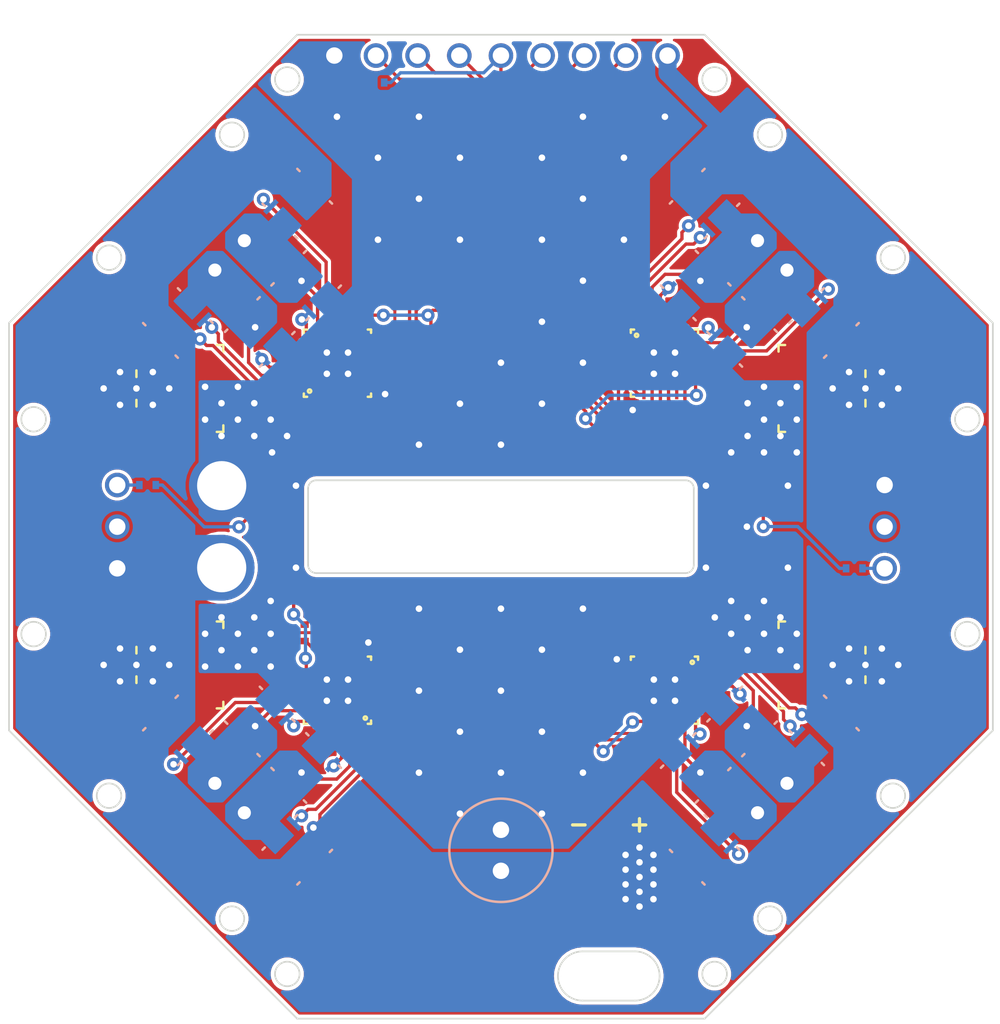
<source format=kicad_pcb>
(kicad_pcb (version 20171130) (host pcbnew "(5.1.5-rc2)")
  (layers (0 F.Cu signal) (31 B.Cu signal) (34 B.Paste user) (35 F.Paste user) (36 B.SilkS user) (37 F.SilkS user) (38 B.Mask user) (39 F.Mask user) (44 Edge.Cuts user))
  (net 0 "")
  (net 1 GND)
  (net 2 "Net-(C8-Pad1)")
  (net 3 "Net-(C15-Pad1)")
  (net 4 "Net-(R14-Pad1)")
  (net 5 "Net-(R15-Pad1)")
  (net 6 "Net-(R16-Pad1)")
  (net 7 PWM_A)
  (net 8 KICKER_R)
  (net 9 PWM_B)
  (net 10 MOTOR_RESET)
  (net 11 PWM_C)
  (net 12 KICKER_L)
  (net 13 PWM_D)
  (net 14 MVDD)
  (net 15 "Net-(C5-Pad2)")
  (net 16 "Net-(C5-Pad1)")
  (net 17 "Net-(C6-Pad2)")
  (net 18 "Net-(C8-Pad2)")
  (net 19 "Net-(C9-Pad2)")
  (net 20 "Net-(C13-Pad1)")
  (net 21 "Net-(C14-Pad1)")
  (net 22 "Net-(C16-Pad1)")
  (net 23 "Net-(C17-Pad2)")
  (net 24 "Net-(C17-Pad1)")
  (net 25 "Net-(C18-Pad2)")
  (net 26 "Net-(C21-Pad2)")
  (net 27 "Net-(C21-Pad1)")
  (net 28 "Net-(C27-Pad2)")
  (net 29 "Net-(C31-Pad1)")
  (net 30 "Net-(C32-Pad1)")
  (net 31 "Net-(C33-Pad1)")
  (net 32 "Net-(C34-Pad1)")
  (net 33 "Net-(J2-Pad3)")
  (net 34 "Net-(J3-Pad3)")
  (net 35 "Net-(J4-Pad2)")
  (net 36 "Net-(J4-Pad1)")
  (net 37 "Net-(J5-Pad2)")
  (net 38 "Net-(J5-Pad1)")
  (net 39 "Net-(J6-Pad2)")
  (net 40 "Net-(J6-Pad1)")
  (net 41 "Net-(J7-Pad2)")
  (net 42 "Net-(J7-Pad1)")
  (net 43 "Net-(Q23-Pad1)")
  (net 44 "Net-(Q24-Pad1)")
  (net 45 "Net-(Q25-Pad1)")
  (net 46 "Net-(Q26-Pad1)")
  (net 47 "Net-(Q27-Pad1)")
  (net 48 "Net-(Q28-Pad1)")
  (net 49 "Net-(Q29-Pad1)")
  (net 50 "Net-(Q30-Pad1)")
  (net 51 "Net-(Q31-Pad1)")
  (net 52 "Net-(Q32-Pad1)")
  (net 53 "Net-(Q33-Pad1)")
  (net 54 "Net-(Q34-Pad1)")
  (net 55 "Net-(Q35-Pad1)")
  (net 56 "Net-(Q36-Pad1)")
  (net 57 "Net-(Q37-Pad1)")
  (net 58 "Net-(Q38-Pad1)")
  (net 59 "Net-(R13-Pad1)")
  (net 60 "Net-(R17-Pad1)")
  (net 61 "Net-(R18-Pad1)")
  (net 62 "Net-(R23-Pad1)")
  (net 63 "Net-(R24-Pad1)")
  (net 64 "Net-(R25-Pad1)")
  (net 65 "Net-(R26-Pad1)")
  (net 66 "Net-(R27-Pad1)")
  (net 67 "Net-(R28-Pad1)")
  (module module:DRV8701 (layer F.Cu) (at 39.9708 79.9708 270)
    (fp_text reference U5 hide)
    (fp_text value DRV8701E)
    (pad 25 smd rect (at 0 0 180) (size 2.4 2.4) (layers F.Cu F.Paste F.Mask) (net 1 GND))
    (pad 24 smd rect (at -1.25 -1.9 180) (size 0.6 0.2) (layers F.Cu F.Paste F.Mask) (net 52 "Net-(Q32-Pad1)"))
    (pad 23 smd rect (at -0.75 -1.9 180) (size 0.6 0.2) (layers F.Cu F.Paste F.Mask) (net 42 "Net-(J7-Pad1)"))
    (pad 22 smd rect (at -0.25 -1.9 180) (size 0.6 0.2) (layers F.Cu F.Paste F.Mask) (net 54 "Net-(Q34-Pad1)"))
    (pad 21 smd rect (at 0.25 -1.9 180) (size 0.6 0.2) (layers F.Cu F.Paste F.Mask) (net 1 GND))
    (pad 20 smd rect (at 0.75 -1.9 180) (size 0.6 0.2) (layers F.Cu F.Paste F.Mask) (net 1 GND))
    (pad 19 smd rect (at 1.25 -1.9 180) (size 0.6 0.2) (layers F.Cu F.Paste F.Mask) (net 56 "Net-(Q36-Pad1)"))
    (pad 18 smd rect (at 1.9 -1.25 90) (size 0.6 0.2) (layers F.Cu F.Paste F.Mask) (net 41 "Net-(J7-Pad2)"))
    (pad 17 smd rect (at 1.9 -0.75 90) (size 0.6 0.2) (layers F.Cu F.Paste F.Mask) (net 58 "Net-(Q38-Pad1)"))
    (pad 16 smd rect (at 1.9 -0.25 90) (size 0.6 0.2) (layers F.Cu F.Paste F.Mask) (net 1 GND))
    (pad 15 smd rect (at 1.9 0.25 90) (size 0.6 0.2) (layers F.Cu F.Paste F.Mask) (net 9 PWM_B))
    (pad 14 smd rect (at 1.9 0.75 90) (size 0.6 0.2) (layers F.Cu F.Paste F.Mask) (net 32 "Net-(C34-Pad1)"))
    (pad 13 smd rect (at 1.9 1.25 90) (size 0.6 0.2) (layers F.Cu F.Paste F.Mask) (net 10 MOTOR_RESET))
    (pad 12 smd rect (at 1.25 1.9) (size 0.6 0.2) (layers F.Cu F.Paste F.Mask) (net 67 "Net-(R28-Pad1)"))
    (pad 11 smd rect (at 0.75 1.9) (size 0.6 0.2) (layers F.Cu F.Paste F.Mask))
    (pad 10 smd rect (at 0.25 1.9) (size 0.6 0.2) (layers F.Cu F.Paste F.Mask) (net 65 "Net-(R26-Pad1)"))
    (pad 9 smd rect (at -0.25 1.9) (size 0.6 0.2) (layers F.Cu F.Paste F.Mask) (net 63 "Net-(R24-Pad1)"))
    (pad 8 smd rect (at -0.75 1.9) (size 0.6 0.2) (layers F.Cu F.Paste F.Mask) (net 32 "Net-(C34-Pad1)"))
    (pad 7 smd rect (at -1.25 1.9) (size 0.6 0.2) (layers F.Cu F.Paste F.Mask) (net 30 "Net-(C32-Pad1)"))
    (pad 6 smd rect (at -1.9 1.25 270) (size 0.6 0.2) (layers F.Cu F.Paste F.Mask) (net 30 "Net-(C32-Pad1)"))
    (pad 5 smd rect (at -1.9 0.75 270) (size 0.6 0.2) (layers F.Cu F.Paste F.Mask) (net 1 GND))
    (pad 4 smd rect (at -1.9 0.25 270) (size 0.6 0.2) (layers F.Cu F.Paste F.Mask) (net 26 "Net-(C21-Pad2)"))
    (pad 3 smd rect (at -1.9 -0.25 270) (size 0.6 0.2) (layers F.Cu F.Paste F.Mask) (net 27 "Net-(C21-Pad1)"))
    (pad 2 smd rect (at -1.9 -0.75 270) (size 0.6 0.2) (layers F.Cu F.Paste F.Mask) (net 28 "Net-(C27-Pad2)"))
    (pad 1 smd rect (at -1.9 -1.25 270) (size 0.6 0.2) (layers F.Cu F.Paste F.Mask) (net 14 MVDD))
  )
  (module module:DRV8701 (layer F.Cu) (at 20.0292 60.0292 90)
    (fp_text reference U4 hide)
    (fp_text value DRV8701E)
    (pad 25 smd rect (at 0 0) (size 2.4 2.4) (layers F.Cu F.Paste F.Mask) (net 1 GND))
    (pad 24 smd rect (at -1.25 -1.9) (size 0.6 0.2) (layers F.Cu F.Paste F.Mask) (net 51 "Net-(Q31-Pad1)"))
    (pad 23 smd rect (at -0.75 -1.9) (size 0.6 0.2) (layers F.Cu F.Paste F.Mask) (net 40 "Net-(J6-Pad1)"))
    (pad 22 smd rect (at -0.25 -1.9) (size 0.6 0.2) (layers F.Cu F.Paste F.Mask) (net 53 "Net-(Q33-Pad1)"))
    (pad 21 smd rect (at 0.25 -1.9) (size 0.6 0.2) (layers F.Cu F.Paste F.Mask) (net 1 GND))
    (pad 20 smd rect (at 0.75 -1.9) (size 0.6 0.2) (layers F.Cu F.Paste F.Mask) (net 1 GND))
    (pad 19 smd rect (at 1.25 -1.9) (size 0.6 0.2) (layers F.Cu F.Paste F.Mask) (net 55 "Net-(Q35-Pad1)"))
    (pad 18 smd rect (at 1.9 -1.25 270) (size 0.6 0.2) (layers F.Cu F.Paste F.Mask) (net 39 "Net-(J6-Pad2)"))
    (pad 17 smd rect (at 1.9 -0.75 270) (size 0.6 0.2) (layers F.Cu F.Paste F.Mask) (net 57 "Net-(Q37-Pad1)"))
    (pad 16 smd rect (at 1.9 -0.25 270) (size 0.6 0.2) (layers F.Cu F.Paste F.Mask) (net 1 GND))
    (pad 15 smd rect (at 1.9 0.25 270) (size 0.6 0.2) (layers F.Cu F.Paste F.Mask) (net 13 PWM_D))
    (pad 14 smd rect (at 1.9 0.75 270) (size 0.6 0.2) (layers F.Cu F.Paste F.Mask) (net 31 "Net-(C33-Pad1)"))
    (pad 13 smd rect (at 1.9 1.25 270) (size 0.6 0.2) (layers F.Cu F.Paste F.Mask) (net 10 MOTOR_RESET))
    (pad 12 smd rect (at 1.25 1.9 180) (size 0.6 0.2) (layers F.Cu F.Paste F.Mask) (net 66 "Net-(R27-Pad1)"))
    (pad 11 smd rect (at 0.75 1.9 180) (size 0.6 0.2) (layers F.Cu F.Paste F.Mask))
    (pad 10 smd rect (at 0.25 1.9 180) (size 0.6 0.2) (layers F.Cu F.Paste F.Mask) (net 64 "Net-(R25-Pad1)"))
    (pad 9 smd rect (at -0.25 1.9 180) (size 0.6 0.2) (layers F.Cu F.Paste F.Mask) (net 62 "Net-(R23-Pad1)"))
    (pad 8 smd rect (at -0.75 1.9 180) (size 0.6 0.2) (layers F.Cu F.Paste F.Mask) (net 31 "Net-(C33-Pad1)"))
    (pad 7 smd rect (at -1.25 1.9 180) (size 0.6 0.2) (layers F.Cu F.Paste F.Mask) (net 29 "Net-(C31-Pad1)"))
    (pad 6 smd rect (at -1.9 1.25 90) (size 0.6 0.2) (layers F.Cu F.Paste F.Mask) (net 29 "Net-(C31-Pad1)"))
    (pad 5 smd rect (at -1.9 0.75 90) (size 0.6 0.2) (layers F.Cu F.Paste F.Mask) (net 1 GND))
    (pad 4 smd rect (at -1.9 0.25 90) (size 0.6 0.2) (layers F.Cu F.Paste F.Mask) (net 23 "Net-(C17-Pad2)"))
    (pad 3 smd rect (at -1.9 -0.25 90) (size 0.6 0.2) (layers F.Cu F.Paste F.Mask) (net 24 "Net-(C17-Pad1)"))
    (pad 2 smd rect (at -1.9 -0.75 90) (size 0.6 0.2) (layers F.Cu F.Paste F.Mask) (net 25 "Net-(C18-Pad2)"))
    (pad 1 smd rect (at -1.9 -1.25 90) (size 0.6 0.2) (layers F.Cu F.Paste F.Mask) (net 14 MVDD))
  )
  (module module:DRV8701 (layer F.Cu) (at 39.9708 60.0292)
    (fp_text reference U2 hide)
    (fp_text value DRV8701E)
    (pad 25 smd rect (at 0 0 270) (size 2.4 2.4) (layers F.Cu F.Paste F.Mask) (net 1 GND))
    (pad 24 smd rect (at -1.25 -1.9 270) (size 0.6 0.2) (layers F.Cu F.Paste F.Mask) (net 44 "Net-(Q24-Pad1)"))
    (pad 23 smd rect (at -0.75 -1.9 270) (size 0.6 0.2) (layers F.Cu F.Paste F.Mask) (net 38 "Net-(J5-Pad1)"))
    (pad 22 smd rect (at -0.25 -1.9 270) (size 0.6 0.2) (layers F.Cu F.Paste F.Mask) (net 46 "Net-(Q26-Pad1)"))
    (pad 21 smd rect (at 0.25 -1.9 270) (size 0.6 0.2) (layers F.Cu F.Paste F.Mask) (net 1 GND))
    (pad 20 smd rect (at 0.75 -1.9 270) (size 0.6 0.2) (layers F.Cu F.Paste F.Mask) (net 1 GND))
    (pad 19 smd rect (at 1.25 -1.9 270) (size 0.6 0.2) (layers F.Cu F.Paste F.Mask) (net 48 "Net-(Q28-Pad1)"))
    (pad 18 smd rect (at 1.9 -1.25 180) (size 0.6 0.2) (layers F.Cu F.Paste F.Mask) (net 37 "Net-(J5-Pad2)"))
    (pad 17 smd rect (at 1.9 -0.75 180) (size 0.6 0.2) (layers F.Cu F.Paste F.Mask) (net 50 "Net-(Q30-Pad1)"))
    (pad 16 smd rect (at 1.9 -0.25 180) (size 0.6 0.2) (layers F.Cu F.Paste F.Mask) (net 1 GND))
    (pad 15 smd rect (at 1.9 0.25 180) (size 0.6 0.2) (layers F.Cu F.Paste F.Mask) (net 7 PWM_A))
    (pad 14 smd rect (at 1.9 0.75 180) (size 0.6 0.2) (layers F.Cu F.Paste F.Mask) (net 22 "Net-(C16-Pad1)"))
    (pad 13 smd rect (at 1.9 1.25 180) (size 0.6 0.2) (layers F.Cu F.Paste F.Mask) (net 10 MOTOR_RESET))
    (pad 12 smd rect (at 1.25 1.9 90) (size 0.6 0.2) (layers F.Cu F.Paste F.Mask) (net 61 "Net-(R18-Pad1)"))
    (pad 11 smd rect (at 0.75 1.9 90) (size 0.6 0.2) (layers F.Cu F.Paste F.Mask))
    (pad 10 smd rect (at 0.25 1.9 90) (size 0.6 0.2) (layers F.Cu F.Paste F.Mask) (net 6 "Net-(R16-Pad1)"))
    (pad 9 smd rect (at -0.25 1.9 90) (size 0.6 0.2) (layers F.Cu F.Paste F.Mask) (net 4 "Net-(R14-Pad1)"))
    (pad 8 smd rect (at -0.75 1.9 90) (size 0.6 0.2) (layers F.Cu F.Paste F.Mask) (net 22 "Net-(C16-Pad1)"))
    (pad 7 smd rect (at -1.25 1.9 90) (size 0.6 0.2) (layers F.Cu F.Paste F.Mask) (net 21 "Net-(C14-Pad1)"))
    (pad 6 smd rect (at -1.9 1.25) (size 0.6 0.2) (layers F.Cu F.Paste F.Mask) (net 21 "Net-(C14-Pad1)"))
    (pad 5 smd rect (at -1.9 0.75) (size 0.6 0.2) (layers F.Cu F.Paste F.Mask) (net 1 GND))
    (pad 4 smd rect (at -1.9 0.25) (size 0.6 0.2) (layers F.Cu F.Paste F.Mask) (net 18 "Net-(C8-Pad2)"))
    (pad 3 smd rect (at -1.9 -0.25) (size 0.6 0.2) (layers F.Cu F.Paste F.Mask) (net 2 "Net-(C8-Pad1)"))
    (pad 2 smd rect (at -1.9 -0.75) (size 0.6 0.2) (layers F.Cu F.Paste F.Mask) (net 19 "Net-(C9-Pad2)"))
    (pad 1 smd rect (at -1.9 -1.25) (size 0.6 0.2) (layers F.Cu F.Paste F.Mask) (net 14 MVDD))
  )
  (module module:DRV8701 (layer F.Cu) (at 20.0292 79.9708 180)
    (fp_text reference U1 hide)
    (fp_text value DRV8701E)
    (pad 25 smd rect (at 0 0 90) (size 2.4 2.4) (layers F.Cu F.Paste F.Mask) (net 1 GND))
    (pad 24 smd rect (at -1.25 -1.9 90) (size 0.6 0.2) (layers F.Cu F.Paste F.Mask) (net 43 "Net-(Q23-Pad1)"))
    (pad 23 smd rect (at -0.75 -1.9 90) (size 0.6 0.2) (layers F.Cu F.Paste F.Mask) (net 36 "Net-(J4-Pad1)"))
    (pad 22 smd rect (at -0.25 -1.9 90) (size 0.6 0.2) (layers F.Cu F.Paste F.Mask) (net 45 "Net-(Q25-Pad1)"))
    (pad 21 smd rect (at 0.25 -1.9 90) (size 0.6 0.2) (layers F.Cu F.Paste F.Mask) (net 1 GND))
    (pad 20 smd rect (at 0.75 -1.9 90) (size 0.6 0.2) (layers F.Cu F.Paste F.Mask) (net 1 GND))
    (pad 19 smd rect (at 1.25 -1.9 90) (size 0.6 0.2) (layers F.Cu F.Paste F.Mask) (net 47 "Net-(Q27-Pad1)"))
    (pad 18 smd rect (at 1.9 -1.25) (size 0.6 0.2) (layers F.Cu F.Paste F.Mask) (net 35 "Net-(J4-Pad2)"))
    (pad 17 smd rect (at 1.9 -0.75) (size 0.6 0.2) (layers F.Cu F.Paste F.Mask) (net 49 "Net-(Q29-Pad1)"))
    (pad 16 smd rect (at 1.9 -0.25) (size 0.6 0.2) (layers F.Cu F.Paste F.Mask) (net 1 GND))
    (pad 15 smd rect (at 1.9 0.25) (size 0.6 0.2) (layers F.Cu F.Paste F.Mask) (net 11 PWM_C))
    (pad 14 smd rect (at 1.9 0.75) (size 0.6 0.2) (layers F.Cu F.Paste F.Mask) (net 3 "Net-(C15-Pad1)"))
    (pad 13 smd rect (at 1.9 1.25) (size 0.6 0.2) (layers F.Cu F.Paste F.Mask) (net 10 MOTOR_RESET))
    (pad 12 smd rect (at 1.25 1.9 270) (size 0.6 0.2) (layers F.Cu F.Paste F.Mask) (net 60 "Net-(R17-Pad1)"))
    (pad 11 smd rect (at 0.75 1.9 270) (size 0.6 0.2) (layers F.Cu F.Paste F.Mask))
    (pad 10 smd rect (at 0.25 1.9 270) (size 0.6 0.2) (layers F.Cu F.Paste F.Mask) (net 5 "Net-(R15-Pad1)"))
    (pad 9 smd rect (at -0.25 1.9 270) (size 0.6 0.2) (layers F.Cu F.Paste F.Mask) (net 59 "Net-(R13-Pad1)"))
    (pad 8 smd rect (at -0.75 1.9 270) (size 0.6 0.2) (layers F.Cu F.Paste F.Mask) (net 3 "Net-(C15-Pad1)"))
    (pad 7 smd rect (at -1.25 1.9 270) (size 0.6 0.2) (layers F.Cu F.Paste F.Mask) (net 20 "Net-(C13-Pad1)"))
    (pad 6 smd rect (at -1.9 1.25 180) (size 0.6 0.2) (layers F.Cu F.Paste F.Mask) (net 20 "Net-(C13-Pad1)"))
    (pad 5 smd rect (at -1.9 0.75 180) (size 0.6 0.2) (layers F.Cu F.Paste F.Mask) (net 1 GND))
    (pad 4 smd rect (at -1.9 0.25 180) (size 0.6 0.2) (layers F.Cu F.Paste F.Mask) (net 15 "Net-(C5-Pad2)"))
    (pad 3 smd rect (at -1.9 -0.25 180) (size 0.6 0.2) (layers F.Cu F.Paste F.Mask) (net 16 "Net-(C5-Pad1)"))
    (pad 2 smd rect (at -1.9 -0.75 180) (size 0.6 0.2) (layers F.Cu F.Paste F.Mask) (net 17 "Net-(C6-Pad2)"))
    (pad 1 smd rect (at -1.9 -1.25 180) (size 0.6 0.2) (layers F.Cu F.Paste F.Mask) (net 14 MVDD))
  )
  (module module:1005 (layer F.Cu) (at 36.4708 81.9708 180)
    (fp_text reference R28 hide)
    (fp_text value 68K)
    (pad 2 smd rect (at 0.5 0 180) (size 0.4 0.5) (layers F.Cu F.Paste F.Mask) (net 30 "Net-(C32-Pad1)"))
    (pad 1 smd rect (at -0.5 0 180) (size 0.4 0.5) (layers F.Cu F.Paste F.Mask) (net 67 "Net-(R28-Pad1)"))
  )
  (module module:1005 (layer F.Cu) (at 23.5292 58.0292)
    (fp_text reference R27 hide)
    (fp_text value 68K)
    (pad 2 smd rect (at 0.5 0) (size 0.4 0.5) (layers F.Cu F.Paste F.Mask) (net 29 "Net-(C31-Pad1)"))
    (pad 1 smd rect (at -0.5 0) (size 0.4 0.5) (layers F.Cu F.Paste F.Mask) (net 66 "Net-(R27-Pad1)"))
  )
  (module module:1005 (layer F.Cu) (at 36.4708 80.9708 180)
    (fp_text reference R26 hide)
    (fp_text value 10K)
    (pad 2 smd rect (at 0.5 0 180) (size 0.4 0.5) (layers F.Cu F.Paste F.Mask) (net 32 "Net-(C34-Pad1)"))
    (pad 1 smd rect (at -0.5 0 180) (size 0.4 0.5) (layers F.Cu F.Paste F.Mask) (net 65 "Net-(R26-Pad1)"))
  )
  (module module:1005 (layer F.Cu) (at 23.5292 59.0292)
    (fp_text reference R25 hide)
    (fp_text value 10K)
    (pad 2 smd rect (at 0.5 0) (size 0.4 0.5) (layers F.Cu F.Paste F.Mask) (net 31 "Net-(C33-Pad1)"))
    (pad 1 smd rect (at -0.5 0) (size 0.4 0.5) (layers F.Cu F.Paste F.Mask) (net 64 "Net-(R25-Pad1)"))
  )
  (module module:1005 (layer F.Cu) (at 36.4708 79.9708 180)
    (fp_text reference R24 hide)
    (fp_text value 10K)
    (pad 2 smd rect (at 0.5 0 180) (size 0.4 0.5) (layers F.Cu F.Paste F.Mask) (net 32 "Net-(C34-Pad1)"))
    (pad 1 smd rect (at -0.5 0 180) (size 0.4 0.5) (layers F.Cu F.Paste F.Mask) (net 63 "Net-(R24-Pad1)"))
  )
  (module module:1005 (layer F.Cu) (at 23.5292 60.0292)
    (fp_text reference R23 hide)
    (fp_text value 10K)
    (pad 2 smd rect (at 0.5 0) (size 0.4 0.5) (layers F.Cu F.Paste F.Mask) (net 31 "Net-(C33-Pad1)"))
    (pad 1 smd rect (at -0.5 0) (size 0.4 0.5) (layers F.Cu F.Paste F.Mask) (net 62 "Net-(R23-Pad1)"))
  )
  (module module:1005 (layer F.Cu) (at 41.9708 63.5292 270)
    (fp_text reference R18 hide)
    (fp_text value 68K)
    (pad 2 smd rect (at 0.5 0 270) (size 0.4 0.5) (layers F.Cu F.Paste F.Mask) (net 21 "Net-(C14-Pad1)"))
    (pad 1 smd rect (at -0.5 0 270) (size 0.4 0.5) (layers F.Cu F.Paste F.Mask) (net 61 "Net-(R18-Pad1)"))
  )
  (module module:1005 (layer F.Cu) (at 18.0292 76.4708 90)
    (fp_text reference R17 hide)
    (fp_text value 68K)
    (pad 2 smd rect (at 0.5 0 90) (size 0.4 0.5) (layers F.Cu F.Paste F.Mask) (net 20 "Net-(C13-Pad1)"))
    (pad 1 smd rect (at -0.5 0 90) (size 0.4 0.5) (layers F.Cu F.Paste F.Mask) (net 60 "Net-(R17-Pad1)"))
  )
  (module module:1005 (layer F.Cu) (at 40.9708 63.5292 270)
    (fp_text reference R16 hide)
    (fp_text value 10K)
    (pad 2 smd rect (at 0.5 0 270) (size 0.4 0.5) (layers F.Cu F.Paste F.Mask) (net 22 "Net-(C16-Pad1)"))
    (pad 1 smd rect (at -0.5 0 270) (size 0.4 0.5) (layers F.Cu F.Paste F.Mask) (net 6 "Net-(R16-Pad1)"))
  )
  (module module:1005 (layer F.Cu) (at 19.0292 76.4708 90)
    (fp_text reference R15 hide)
    (fp_text value 10K)
    (pad 2 smd rect (at 0.5 0 90) (size 0.4 0.5) (layers F.Cu F.Paste F.Mask) (net 3 "Net-(C15-Pad1)"))
    (pad 1 smd rect (at -0.5 0 90) (size 0.4 0.5) (layers F.Cu F.Paste F.Mask) (net 5 "Net-(R15-Pad1)"))
  )
  (module module:1005 (layer F.Cu) (at 39.9708 63.5292 270)
    (fp_text reference R14 hide)
    (fp_text value 10K)
    (pad 2 smd rect (at 0.5 0 270) (size 0.4 0.5) (layers F.Cu F.Paste F.Mask) (net 22 "Net-(C16-Pad1)"))
    (pad 1 smd rect (at -0.5 0 270) (size 0.4 0.5) (layers F.Cu F.Paste F.Mask) (net 4 "Net-(R14-Pad1)"))
  )
  (module module:1005 (layer F.Cu) (at 20.0292 76.4708 90)
    (fp_text reference R13 hide)
    (fp_text value 10K)
    (pad 2 smd rect (at 0.5 0 90) (size 0.4 0.5) (layers F.Cu F.Paste F.Mask) (net 3 "Net-(C15-Pad1)"))
    (pad 1 smd rect (at -0.5 0 90) (size 0.4 0.5) (layers F.Cu F.Paste F.Mask) (net 59 "Net-(R13-Pad1)"))
  )
  (module module:1005 (layer B.Cu) (at 51.55 72.54 180)
    (fp_text reference R3 hide)
    (fp_text value 100R)
    (pad 2 smd rect (at 0.5 0 180) (size 0.4 0.5) (layers B.Cu B.Paste B.Mask) (net 8 KICKER_R))
    (pad 1 smd rect (at -0.5 0 180) (size 0.4 0.5) (layers B.Cu B.Paste B.Mask) (net 34 "Net-(J3-Pad3)"))
  )
  (module module:1005 (layer B.Cu) (at 8.45 67.46 180)
    (fp_text reference R2 hide)
    (fp_text value 100R)
    (pad 2 smd rect (at 0.5 0 180) (size 0.4 0.5) (layers B.Cu B.Paste B.Mask) (net 33 "Net-(J2-Pad3)"))
    (pad 1 smd rect (at -0.5 0 180) (size 0.4 0.5) (layers B.Cu B.Paste B.Mask) (net 12 KICKER_L))
  )
  (module module:1005 (layer B.Cu) (at 22.38 42.9149 180)
    (fp_text reference R1 hide)
    (fp_text value 10K)
    (pad 2 smd rect (at 0.5 0 180) (size 0.4 0.5) (layers B.Cu B.Paste B.Mask) (net 1 GND))
    (pad 1 smd rect (at -0.5 0 180) (size 0.4 0.5) (layers B.Cu B.Paste B.Mask) (net 10 MOTOR_RESET))
  )
  (module module:8-PQFN_3x3 (layer B.Cu) (at 42.4203 89.7021 135)
    (fp_text reference Q38 hide)
    (fp_text value MOS)
    (pad 3 smd custom (at 0.333 0.95 135) (size 0.4 0.4) (layers B.Cu B.Paste B.Mask) (net 41 "Net-(J7-Pad2)") (options (clearance outline) (anchor rect)) (primitives (gr_poly (pts (xy -0.816 0.85) (xy -0.816 -0.2) (xy 0.816 -0.2) (xy 0.816 0.85) (xy 0.516 0.85) (xy 0.516 0.2) (xy 0.15 0.2) (xy 0.15 0.85) (xy -0.15 0.85) (xy -0.15 0.2) (xy -0.516 0.2) (xy -0.516 0.85)) (width 0))))
    (pad 1 smd rect (at -0.999 1.275 135) (size 0.3 1.05) (layers B.Cu B.Paste B.Mask) (net 58 "Net-(Q38-Pad1)"))
    (pad 2 smd custom (at 0 0 135) (size 0.5 0.5) (layers B.Cu B.Paste B.Mask) (net 14 MVDD) (options (clearance outline) (anchor rect)) (primitives (gr_poly (pts (xy -1.149 0.35) (xy -1.149 -1.8) (xy -0.849 -1.8) (xy -0.849 -1.15) (xy -0.483 -1.15) (xy -0.483 -1.8) (xy -0.183 -1.8) (xy -0.183 -1.15) (xy 0.183 -1.15) (xy 0.183 -1.8) (xy 0.483 -1.8) (xy 0.483 -1.15) (xy 0.849 -1.15) (xy 0.849 -1.8) (xy 1.149 -1.8) (xy 1.149 0.1) (xy 0.899 0.35)) (width 0))))
  )
  (module module:8-PQFN_3x3 (layer B.Cu) (at 17.5797 50.2979 315)
    (fp_text reference Q37 hide)
    (fp_text value MOS)
    (pad 3 smd custom (at 0.333 0.95 315) (size 0.4 0.4) (layers B.Cu B.Paste B.Mask) (net 39 "Net-(J6-Pad2)") (options (clearance outline) (anchor rect)) (primitives (gr_poly (pts (xy -0.816 0.85) (xy -0.816 -0.2) (xy 0.816 -0.2) (xy 0.816 0.85) (xy 0.516 0.85) (xy 0.516 0.2) (xy 0.15 0.2) (xy 0.15 0.85) (xy -0.15 0.85) (xy -0.15 0.2) (xy -0.516 0.2) (xy -0.516 0.85)) (width 0))))
    (pad 1 smd rect (at -0.999 1.275 315) (size 0.3 1.05) (layers B.Cu B.Paste B.Mask) (net 57 "Net-(Q37-Pad1)"))
    (pad 2 smd custom (at 0 0 315) (size 0.5 0.5) (layers B.Cu B.Paste B.Mask) (net 14 MVDD) (options (clearance outline) (anchor rect)) (primitives (gr_poly (pts (xy -1.149 0.35) (xy -1.149 -1.8) (xy -0.849 -1.8) (xy -0.849 -1.15) (xy -0.483 -1.15) (xy -0.483 -1.8) (xy -0.183 -1.8) (xy -0.183 -1.15) (xy 0.183 -1.15) (xy 0.183 -1.8) (xy 0.483 -1.8) (xy 0.483 -1.15) (xy 0.849 -1.15) (xy 0.849 -1.8) (xy 1.149 -1.8) (xy 1.149 0.1) (xy 0.899 0.35)) (width 0))))
  )
  (module module:8-PQFN_3x3 (layer B.Cu) (at 41.8794 84.7078 225)
    (fp_text reference Q36 hide)
    (fp_text value MOS)
    (pad 3 smd custom (at 0.333 0.95 225) (size 0.4 0.4) (layers B.Cu B.Paste B.Mask) (net 1 GND) (options (clearance outline) (anchor rect)) (primitives (gr_poly (pts (xy -0.816 0.85) (xy -0.816 -0.2) (xy 0.816 -0.2) (xy 0.816 0.85) (xy 0.516 0.85) (xy 0.516 0.2) (xy 0.15 0.2) (xy 0.15 0.85) (xy -0.15 0.85) (xy -0.15 0.2) (xy -0.516 0.2) (xy -0.516 0.85)) (width 0))))
    (pad 1 smd rect (at -0.999 1.275 225) (size 0.3 1.05) (layers B.Cu B.Paste B.Mask) (net 56 "Net-(Q36-Pad1)"))
    (pad 2 smd custom (at 0 0 225) (size 0.5 0.5) (layers B.Cu B.Paste B.Mask) (net 41 "Net-(J7-Pad2)") (options (clearance outline) (anchor rect)) (primitives (gr_poly (pts (xy -1.149 0.35) (xy -1.149 -1.8) (xy -0.849 -1.8) (xy -0.849 -1.15) (xy -0.483 -1.15) (xy -0.483 -1.8) (xy -0.183 -1.8) (xy -0.183 -1.15) (xy 0.183 -1.15) (xy 0.183 -1.8) (xy 0.483 -1.8) (xy 0.483 -1.15) (xy 0.849 -1.15) (xy 0.849 -1.8) (xy 1.149 -1.8) (xy 1.149 0.1) (xy 0.899 0.35)) (width 0))))
  )
  (module module:8-PQFN_3x3 (layer B.Cu) (at 18.1206 55.2922 45)
    (fp_text reference Q35 hide)
    (fp_text value MOS)
    (pad 3 smd custom (at 0.333 0.95 45) (size 0.4 0.4) (layers B.Cu B.Paste B.Mask) (net 1 GND) (options (clearance outline) (anchor rect)) (primitives (gr_poly (pts (xy -0.816 0.85) (xy -0.816 -0.2) (xy 0.816 -0.2) (xy 0.816 0.85) (xy 0.516 0.85) (xy 0.516 0.2) (xy 0.15 0.2) (xy 0.15 0.85) (xy -0.15 0.85) (xy -0.15 0.2) (xy -0.516 0.2) (xy -0.516 0.85)) (width 0))))
    (pad 1 smd rect (at -0.999 1.275 45) (size 0.3 1.05) (layers B.Cu B.Paste B.Mask) (net 55 "Net-(Q35-Pad1)"))
    (pad 2 smd custom (at 0 0 45) (size 0.5 0.5) (layers B.Cu B.Paste B.Mask) (net 39 "Net-(J6-Pad2)") (options (clearance outline) (anchor rect)) (primitives (gr_poly (pts (xy -1.149 0.35) (xy -1.149 -1.8) (xy -0.849 -1.8) (xy -0.849 -1.15) (xy -0.483 -1.15) (xy -0.483 -1.8) (xy -0.183 -1.8) (xy -0.183 -1.15) (xy 0.183 -1.15) (xy 0.183 -1.8) (xy 0.483 -1.8) (xy 0.483 -1.15) (xy 0.849 -1.15) (xy 0.849 -1.8) (xy 1.149 -1.8) (xy 1.149 0.1) (xy 0.899 0.35)) (width 0))))
  )
  (module module:8-PQFN_3x3 (layer B.Cu) (at 44.7078 81.8794 225)
    (fp_text reference Q34 hide)
    (fp_text value MOS)
    (pad 3 smd custom (at 0.333 0.95 225) (size 0.4 0.4) (layers B.Cu B.Paste B.Mask) (net 1 GND) (options (clearance outline) (anchor rect)) (primitives (gr_poly (pts (xy -0.816 0.85) (xy -0.816 -0.2) (xy 0.816 -0.2) (xy 0.816 0.85) (xy 0.516 0.85) (xy 0.516 0.2) (xy 0.15 0.2) (xy 0.15 0.85) (xy -0.15 0.85) (xy -0.15 0.2) (xy -0.516 0.2) (xy -0.516 0.85)) (width 0))))
    (pad 1 smd rect (at -0.999 1.275 225) (size 0.3 1.05) (layers B.Cu B.Paste B.Mask) (net 54 "Net-(Q34-Pad1)"))
    (pad 2 smd custom (at 0 0 225) (size 0.5 0.5) (layers B.Cu B.Paste B.Mask) (net 42 "Net-(J7-Pad1)") (options (clearance outline) (anchor rect)) (primitives (gr_poly (pts (xy -1.149 0.35) (xy -1.149 -1.8) (xy -0.849 -1.8) (xy -0.849 -1.15) (xy -0.483 -1.15) (xy -0.483 -1.8) (xy -0.183 -1.8) (xy -0.183 -1.15) (xy 0.183 -1.15) (xy 0.183 -1.8) (xy 0.483 -1.8) (xy 0.483 -1.15) (xy 0.849 -1.15) (xy 0.849 -1.8) (xy 1.149 -1.8) (xy 1.149 0.1) (xy 0.899 0.35)) (width 0))))
  )
  (module module:8-PQFN_3x3 (layer B.Cu) (at 15.2922 58.1206 45)
    (fp_text reference Q33 hide)
    (fp_text value MOS)
    (pad 3 smd custom (at 0.333 0.95 45) (size 0.4 0.4) (layers B.Cu B.Paste B.Mask) (net 1 GND) (options (clearance outline) (anchor rect)) (primitives (gr_poly (pts (xy -0.816 0.85) (xy -0.816 -0.2) (xy 0.816 -0.2) (xy 0.816 0.85) (xy 0.516 0.85) (xy 0.516 0.2) (xy 0.15 0.2) (xy 0.15 0.85) (xy -0.15 0.85) (xy -0.15 0.2) (xy -0.516 0.2) (xy -0.516 0.85)) (width 0))))
    (pad 1 smd rect (at -0.999 1.275 45) (size 0.3 1.05) (layers B.Cu B.Paste B.Mask) (net 53 "Net-(Q33-Pad1)"))
    (pad 2 smd custom (at 0 0 45) (size 0.5 0.5) (layers B.Cu B.Paste B.Mask) (net 40 "Net-(J6-Pad1)") (options (clearance outline) (anchor rect)) (primitives (gr_poly (pts (xy -1.149 0.35) (xy -1.149 -1.8) (xy -0.849 -1.8) (xy -0.849 -1.15) (xy -0.483 -1.15) (xy -0.483 -1.8) (xy -0.183 -1.8) (xy -0.183 -1.15) (xy 0.183 -1.15) (xy 0.183 -1.8) (xy 0.483 -1.8) (xy 0.483 -1.15) (xy 0.849 -1.15) (xy 0.849 -1.8) (xy 1.149 -1.8) (xy 1.149 0.1) (xy 0.899 0.35)) (width 0))))
  )
  (module module:8-PQFN_3x3 (layer B.Cu) (at 49.7021 82.4203 315)
    (fp_text reference Q32 hide)
    (fp_text value MOS)
    (pad 3 smd custom (at 0.333 0.95 315) (size 0.4 0.4) (layers B.Cu B.Paste B.Mask) (net 42 "Net-(J7-Pad1)") (options (clearance outline) (anchor rect)) (primitives (gr_poly (pts (xy -0.816 0.85) (xy -0.816 -0.2) (xy 0.816 -0.2) (xy 0.816 0.85) (xy 0.516 0.85) (xy 0.516 0.2) (xy 0.15 0.2) (xy 0.15 0.85) (xy -0.15 0.85) (xy -0.15 0.2) (xy -0.516 0.2) (xy -0.516 0.85)) (width 0))))
    (pad 1 smd rect (at -0.999 1.275 315) (size 0.3 1.05) (layers B.Cu B.Paste B.Mask) (net 52 "Net-(Q32-Pad1)"))
    (pad 2 smd custom (at 0 0 315) (size 0.5 0.5) (layers B.Cu B.Paste B.Mask) (net 14 MVDD) (options (clearance outline) (anchor rect)) (primitives (gr_poly (pts (xy -1.149 0.35) (xy -1.149 -1.8) (xy -0.849 -1.8) (xy -0.849 -1.15) (xy -0.483 -1.15) (xy -0.483 -1.8) (xy -0.183 -1.8) (xy -0.183 -1.15) (xy 0.183 -1.15) (xy 0.183 -1.8) (xy 0.483 -1.8) (xy 0.483 -1.15) (xy 0.849 -1.15) (xy 0.849 -1.8) (xy 1.149 -1.8) (xy 1.149 0.1) (xy 0.899 0.35)) (width 0))))
  )
  (module module:8-PQFN_3x3 (layer B.Cu) (at 10.2979 57.5797 135)
    (fp_text reference Q31 hide)
    (fp_text value MOS)
    (pad 3 smd custom (at 0.333 0.95 135) (size 0.4 0.4) (layers B.Cu B.Paste B.Mask) (net 40 "Net-(J6-Pad1)") (options (clearance outline) (anchor rect)) (primitives (gr_poly (pts (xy -0.816 0.85) (xy -0.816 -0.2) (xy 0.816 -0.2) (xy 0.816 0.85) (xy 0.516 0.85) (xy 0.516 0.2) (xy 0.15 0.2) (xy 0.15 0.85) (xy -0.15 0.85) (xy -0.15 0.2) (xy -0.516 0.2) (xy -0.516 0.85)) (width 0))))
    (pad 1 smd rect (at -0.999 1.275 135) (size 0.3 1.05) (layers B.Cu B.Paste B.Mask) (net 51 "Net-(Q31-Pad1)"))
    (pad 2 smd custom (at 0 0 135) (size 0.5 0.5) (layers B.Cu B.Paste B.Mask) (net 14 MVDD) (options (clearance outline) (anchor rect)) (primitives (gr_poly (pts (xy -1.149 0.35) (xy -1.149 -1.8) (xy -0.849 -1.8) (xy -0.849 -1.15) (xy -0.483 -1.15) (xy -0.483 -1.8) (xy -0.183 -1.8) (xy -0.183 -1.15) (xy 0.183 -1.15) (xy 0.183 -1.8) (xy 0.483 -1.8) (xy 0.483 -1.15) (xy 0.849 -1.15) (xy 0.849 -1.8) (xy 1.149 -1.8) (xy 1.149 0.1) (xy 0.899 0.35)) (width 0))))
  )
  (module module:8-PQFN_3x3 (layer B.Cu) (at 49.7021 57.5797 225)
    (fp_text reference Q30 hide)
    (fp_text value MOS)
    (pad 3 smd custom (at 0.333 0.95 225) (size 0.4 0.4) (layers B.Cu B.Paste B.Mask) (net 37 "Net-(J5-Pad2)") (options (clearance outline) (anchor rect)) (primitives (gr_poly (pts (xy -0.816 0.85) (xy -0.816 -0.2) (xy 0.816 -0.2) (xy 0.816 0.85) (xy 0.516 0.85) (xy 0.516 0.2) (xy 0.15 0.2) (xy 0.15 0.85) (xy -0.15 0.85) (xy -0.15 0.2) (xy -0.516 0.2) (xy -0.516 0.85)) (width 0))))
    (pad 1 smd rect (at -0.999 1.275 225) (size 0.3 1.05) (layers B.Cu B.Paste B.Mask) (net 50 "Net-(Q30-Pad1)"))
    (pad 2 smd custom (at 0 0 225) (size 0.5 0.5) (layers B.Cu B.Paste B.Mask) (net 14 MVDD) (options (clearance outline) (anchor rect)) (primitives (gr_poly (pts (xy -1.149 0.35) (xy -1.149 -1.8) (xy -0.849 -1.8) (xy -0.849 -1.15) (xy -0.483 -1.15) (xy -0.483 -1.8) (xy -0.183 -1.8) (xy -0.183 -1.15) (xy 0.183 -1.15) (xy 0.183 -1.8) (xy 0.483 -1.8) (xy 0.483 -1.15) (xy 0.849 -1.15) (xy 0.849 -1.8) (xy 1.149 -1.8) (xy 1.149 0.1) (xy 0.899 0.35)) (width 0))))
  )
  (module module:8-PQFN_3x3 (layer B.Cu) (at 10.2979 82.4203 45)
    (fp_text reference Q29 hide)
    (fp_text value MOS)
    (pad 3 smd custom (at 0.333 0.95 45) (size 0.4 0.4) (layers B.Cu B.Paste B.Mask) (net 35 "Net-(J4-Pad2)") (options (clearance outline) (anchor rect)) (primitives (gr_poly (pts (xy -0.816 0.85) (xy -0.816 -0.2) (xy 0.816 -0.2) (xy 0.816 0.85) (xy 0.516 0.85) (xy 0.516 0.2) (xy 0.15 0.2) (xy 0.15 0.85) (xy -0.15 0.85) (xy -0.15 0.2) (xy -0.516 0.2) (xy -0.516 0.85)) (width 0))))
    (pad 1 smd rect (at -0.999 1.275 45) (size 0.3 1.05) (layers B.Cu B.Paste B.Mask) (net 49 "Net-(Q29-Pad1)"))
    (pad 2 smd custom (at 0 0 45) (size 0.5 0.5) (layers B.Cu B.Paste B.Mask) (net 14 MVDD) (options (clearance outline) (anchor rect)) (primitives (gr_poly (pts (xy -1.149 0.35) (xy -1.149 -1.8) (xy -0.849 -1.8) (xy -0.849 -1.15) (xy -0.483 -1.15) (xy -0.483 -1.8) (xy -0.183 -1.8) (xy -0.183 -1.15) (xy 0.183 -1.15) (xy 0.183 -1.8) (xy 0.483 -1.8) (xy 0.483 -1.15) (xy 0.849 -1.15) (xy 0.849 -1.8) (xy 1.149 -1.8) (xy 1.149 0.1) (xy 0.899 0.35)) (width 0))))
  )
  (module module:8-PQFN_3x3 (layer B.Cu) (at 44.7078 58.1206 315)
    (fp_text reference Q28 hide)
    (fp_text value MOS)
    (pad 3 smd custom (at 0.333 0.95 315) (size 0.4 0.4) (layers B.Cu B.Paste B.Mask) (net 1 GND) (options (clearance outline) (anchor rect)) (primitives (gr_poly (pts (xy -0.816 0.85) (xy -0.816 -0.2) (xy 0.816 -0.2) (xy 0.816 0.85) (xy 0.516 0.85) (xy 0.516 0.2) (xy 0.15 0.2) (xy 0.15 0.85) (xy -0.15 0.85) (xy -0.15 0.2) (xy -0.516 0.2) (xy -0.516 0.85)) (width 0))))
    (pad 1 smd rect (at -0.999 1.275 315) (size 0.3 1.05) (layers B.Cu B.Paste B.Mask) (net 48 "Net-(Q28-Pad1)"))
    (pad 2 smd custom (at 0 0 315) (size 0.5 0.5) (layers B.Cu B.Paste B.Mask) (net 37 "Net-(J5-Pad2)") (options (clearance outline) (anchor rect)) (primitives (gr_poly (pts (xy -1.149 0.35) (xy -1.149 -1.8) (xy -0.849 -1.8) (xy -0.849 -1.15) (xy -0.483 -1.15) (xy -0.483 -1.8) (xy -0.183 -1.8) (xy -0.183 -1.15) (xy 0.183 -1.15) (xy 0.183 -1.8) (xy 0.483 -1.8) (xy 0.483 -1.15) (xy 0.849 -1.15) (xy 0.849 -1.8) (xy 1.149 -1.8) (xy 1.149 0.1) (xy 0.899 0.35)) (width 0))))
  )
  (module module:8-PQFN_3x3 (layer B.Cu) (at 15.2922 81.8794 135)
    (fp_text reference Q27 hide)
    (fp_text value MOS)
    (pad 3 smd custom (at 0.333 0.95 135) (size 0.4 0.4) (layers B.Cu B.Paste B.Mask) (net 1 GND) (options (clearance outline) (anchor rect)) (primitives (gr_poly (pts (xy -0.816 0.85) (xy -0.816 -0.2) (xy 0.816 -0.2) (xy 0.816 0.85) (xy 0.516 0.85) (xy 0.516 0.2) (xy 0.15 0.2) (xy 0.15 0.85) (xy -0.15 0.85) (xy -0.15 0.2) (xy -0.516 0.2) (xy -0.516 0.85)) (width 0))))
    (pad 1 smd rect (at -0.999 1.275 135) (size 0.3 1.05) (layers B.Cu B.Paste B.Mask) (net 47 "Net-(Q27-Pad1)"))
    (pad 2 smd custom (at 0 0 135) (size 0.5 0.5) (layers B.Cu B.Paste B.Mask) (net 35 "Net-(J4-Pad2)") (options (clearance outline) (anchor rect)) (primitives (gr_poly (pts (xy -1.149 0.35) (xy -1.149 -1.8) (xy -0.849 -1.8) (xy -0.849 -1.15) (xy -0.483 -1.15) (xy -0.483 -1.8) (xy -0.183 -1.8) (xy -0.183 -1.15) (xy 0.183 -1.15) (xy 0.183 -1.8) (xy 0.483 -1.8) (xy 0.483 -1.15) (xy 0.849 -1.15) (xy 0.849 -1.8) (xy 1.149 -1.8) (xy 1.149 0.1) (xy 0.899 0.35)) (width 0))))
  )
  (module module:8-PQFN_3x3 (layer B.Cu) (at 41.8794 55.2922 315)
    (fp_text reference Q26 hide)
    (fp_text value MOS)
    (pad 3 smd custom (at 0.333 0.95 315) (size 0.4 0.4) (layers B.Cu B.Paste B.Mask) (net 1 GND) (options (clearance outline) (anchor rect)) (primitives (gr_poly (pts (xy -0.816 0.85) (xy -0.816 -0.2) (xy 0.816 -0.2) (xy 0.816 0.85) (xy 0.516 0.85) (xy 0.516 0.2) (xy 0.15 0.2) (xy 0.15 0.85) (xy -0.15 0.85) (xy -0.15 0.2) (xy -0.516 0.2) (xy -0.516 0.85)) (width 0))))
    (pad 1 smd rect (at -0.999 1.275 315) (size 0.3 1.05) (layers B.Cu B.Paste B.Mask) (net 46 "Net-(Q26-Pad1)"))
    (pad 2 smd custom (at 0 0 315) (size 0.5 0.5) (layers B.Cu B.Paste B.Mask) (net 38 "Net-(J5-Pad1)") (options (clearance outline) (anchor rect)) (primitives (gr_poly (pts (xy -1.149 0.35) (xy -1.149 -1.8) (xy -0.849 -1.8) (xy -0.849 -1.15) (xy -0.483 -1.15) (xy -0.483 -1.8) (xy -0.183 -1.8) (xy -0.183 -1.15) (xy 0.183 -1.15) (xy 0.183 -1.8) (xy 0.483 -1.8) (xy 0.483 -1.15) (xy 0.849 -1.15) (xy 0.849 -1.8) (xy 1.149 -1.8) (xy 1.149 0.1) (xy 0.899 0.35)) (width 0))))
  )
  (module module:8-PQFN_3x3 (layer B.Cu) (at 18.1206 84.7078 135)
    (fp_text reference Q25 hide)
    (fp_text value MOS)
    (pad 3 smd custom (at 0.333 0.95 135) (size 0.4 0.4) (layers B.Cu B.Paste B.Mask) (net 1 GND) (options (clearance outline) (anchor rect)) (primitives (gr_poly (pts (xy -0.816 0.85) (xy -0.816 -0.2) (xy 0.816 -0.2) (xy 0.816 0.85) (xy 0.516 0.85) (xy 0.516 0.2) (xy 0.15 0.2) (xy 0.15 0.85) (xy -0.15 0.85) (xy -0.15 0.2) (xy -0.516 0.2) (xy -0.516 0.85)) (width 0))))
    (pad 1 smd rect (at -0.999 1.275 135) (size 0.3 1.05) (layers B.Cu B.Paste B.Mask) (net 45 "Net-(Q25-Pad1)"))
    (pad 2 smd custom (at 0 0 135) (size 0.5 0.5) (layers B.Cu B.Paste B.Mask) (net 36 "Net-(J4-Pad1)") (options (clearance outline) (anchor rect)) (primitives (gr_poly (pts (xy -1.149 0.35) (xy -1.149 -1.8) (xy -0.849 -1.8) (xy -0.849 -1.15) (xy -0.483 -1.15) (xy -0.483 -1.8) (xy -0.183 -1.8) (xy -0.183 -1.15) (xy 0.183 -1.15) (xy 0.183 -1.8) (xy 0.483 -1.8) (xy 0.483 -1.15) (xy 0.849 -1.15) (xy 0.849 -1.8) (xy 1.149 -1.8) (xy 1.149 0.1) (xy 0.899 0.35)) (width 0))))
  )
  (module module:8-PQFN_3x3 (layer B.Cu) (at 42.4203 50.2979 45)
    (fp_text reference Q24 hide)
    (fp_text value MOS)
    (pad 3 smd custom (at 0.333 0.95 45) (size 0.4 0.4) (layers B.Cu B.Paste B.Mask) (net 38 "Net-(J5-Pad1)") (options (clearance outline) (anchor rect)) (primitives (gr_poly (pts (xy -0.816 0.85) (xy -0.816 -0.2) (xy 0.816 -0.2) (xy 0.816 0.85) (xy 0.516 0.85) (xy 0.516 0.2) (xy 0.15 0.2) (xy 0.15 0.85) (xy -0.15 0.85) (xy -0.15 0.2) (xy -0.516 0.2) (xy -0.516 0.85)) (width 0))))
    (pad 1 smd rect (at -0.999 1.275 45) (size 0.3 1.05) (layers B.Cu B.Paste B.Mask) (net 44 "Net-(Q24-Pad1)"))
    (pad 2 smd custom (at 0 0 45) (size 0.5 0.5) (layers B.Cu B.Paste B.Mask) (net 14 MVDD) (options (clearance outline) (anchor rect)) (primitives (gr_poly (pts (xy -1.149 0.35) (xy -1.149 -1.8) (xy -0.849 -1.8) (xy -0.849 -1.15) (xy -0.483 -1.15) (xy -0.483 -1.8) (xy -0.183 -1.8) (xy -0.183 -1.15) (xy 0.183 -1.15) (xy 0.183 -1.8) (xy 0.483 -1.8) (xy 0.483 -1.15) (xy 0.849 -1.15) (xy 0.849 -1.8) (xy 1.149 -1.8) (xy 1.149 0.1) (xy 0.899 0.35)) (width 0))))
  )
  (module module:8-PQFN_3x3 (layer B.Cu) (at 17.5797 89.7021 225)
    (fp_text reference Q23 hide)
    (fp_text value MOS)
    (pad 3 smd custom (at 0.333 0.95 225) (size 0.4 0.4) (layers B.Cu B.Paste B.Mask) (net 36 "Net-(J4-Pad1)") (options (clearance outline) (anchor rect)) (primitives (gr_poly (pts (xy -0.816 0.85) (xy -0.816 -0.2) (xy 0.816 -0.2) (xy 0.816 0.85) (xy 0.516 0.85) (xy 0.516 0.2) (xy 0.15 0.2) (xy 0.15 0.85) (xy -0.15 0.85) (xy -0.15 0.2) (xy -0.516 0.2) (xy -0.516 0.85)) (width 0))))
    (pad 1 smd rect (at -0.999 1.275 225) (size 0.3 1.05) (layers B.Cu B.Paste B.Mask) (net 43 "Net-(Q23-Pad1)"))
    (pad 2 smd custom (at 0 0 225) (size 0.5 0.5) (layers B.Cu B.Paste B.Mask) (net 14 MVDD) (options (clearance outline) (anchor rect)) (primitives (gr_poly (pts (xy -1.149 0.35) (xy -1.149 -1.8) (xy -0.849 -1.8) (xy -0.849 -1.15) (xy -0.483 -1.15) (xy -0.483 -1.8) (xy -0.183 -1.8) (xy -0.183 -1.15) (xy 0.183 -1.15) (xy 0.183 -1.8) (xy 0.483 -1.8) (xy 0.483 -1.15) (xy 0.849 -1.15) (xy 0.849 -1.8) (xy 1.149 -1.8) (xy 1.149 0.1) (xy 0.899 0.35)) (width 0))))
  )
  (module module:XT30 (layer F.Cu) (at 12.97 70)
    (fp_text reference J11 hide)
    (fp_text value Conn_01x02)
    (pad 2 thru_hole circle (at 0 -2.5) (size 4 4) (drill 3) (layers *.Cu *.Mask) (net 1 GND))
    (pad 1 thru_hole circle (at 0 2.5) (size 4 4) (drill 3) (layers *.Cu *.Mask) (net 14 MVDD))
  )
  (module module:2Pads (layer F.Cu) (at 36.54 91.06 180)
    (fp_text reference J8 hide)
    (fp_text value Conn_01x02)
    (pad 2 smd rect (at 1.79 -0.3043 180) (size 2.7 4.5) (layers F.Cu F.Paste F.Mask) (net 1 GND))
    (pad 1 smd rect (at -1.91 -0.3043 180) (size 2.7 4.5) (layers F.Cu F.Paste F.Mask) (net 14 MVDD))
  )
  (module module:Molex_2pin_angled (layer F.Cu) (at 46.5463 86.5463 225)
    (fp_text reference J7 hide)
    (fp_text value MB)
    (pad 2 thru_hole circle (at 1.27 0 225) (size 1.5 1.5) (drill 0.8) (layers *.Cu *.Mask) (net 41 "Net-(J7-Pad2)"))
    (pad 1 thru_hole circle (at -1.27 0 225) (size 1.5 1.5) (drill 0.8) (layers *.Cu *.Mask) (net 42 "Net-(J7-Pad1)"))
  )
  (module module:Molex_2pin_angled (layer F.Cu) (at 13.4537 53.4537 45)
    (fp_text reference J6 hide)
    (fp_text value MD)
    (pad 2 thru_hole circle (at 1.27 0 45) (size 1.5 1.5) (drill 0.8) (layers *.Cu *.Mask) (net 39 "Net-(J6-Pad2)"))
    (pad 1 thru_hole circle (at -1.27 0 45) (size 1.5 1.5) (drill 0.8) (layers *.Cu *.Mask) (net 40 "Net-(J6-Pad1)"))
  )
  (module module:Molex_2pin_angled (layer F.Cu) (at 46.5463 53.4537 315)
    (fp_text reference J5 hide)
    (fp_text value MA)
    (pad 2 thru_hole circle (at 1.27 0 315) (size 1.5 1.5) (drill 0.8) (layers *.Cu *.Mask) (net 37 "Net-(J5-Pad2)"))
    (pad 1 thru_hole circle (at -1.27 0 315) (size 1.5 1.5) (drill 0.8) (layers *.Cu *.Mask) (net 38 "Net-(J5-Pad1)"))
  )
  (module module:Molex_2pin_angled (layer F.Cu) (at 13.4537 86.5463 135)
    (fp_text reference J4 hide)
    (fp_text value MC)
    (pad 2 thru_hole circle (at 1.27 0 135) (size 1.5 1.5) (drill 0.8) (layers *.Cu *.Mask) (net 35 "Net-(J4-Pad2)"))
    (pad 1 thru_hole circle (at -1.27 0 135) (size 1.5 1.5) (drill 0.8) (layers *.Cu *.Mask) (net 36 "Net-(J4-Pad1)"))
  )
  (module module:CONN_01x03 (layer F.Cu) (at 53.4 70 270)
    (fp_text reference J3 hide)
    (fp_text value KICKER_R)
    (pad 3 thru_hole circle (at 2.54 0 270) (size 1.5 1.5) (drill 1) (layers *.Cu *.Mask) (net 34 "Net-(J3-Pad3)"))
    (pad 2 thru_hole circle (at 0 0 270) (size 1.5 1.5) (drill 1) (layers *.Cu *.Mask) (net 1 GND))
    (pad 1 thru_hole circle (at -2.54 0 270) (size 1.5 1.5) (drill 1) (layers *.Cu *.Mask) (net 14 MVDD))
  )
  (module module:CONN_01x03 (layer F.Cu) (at 6.6 70 90)
    (fp_text reference J2 hide)
    (fp_text value KICKER_L)
    (pad 3 thru_hole circle (at 2.54 0 90) (size 1.5 1.5) (drill 1) (layers *.Cu *.Mask) (net 33 "Net-(J2-Pad3)"))
    (pad 2 thru_hole circle (at 0 0 90) (size 1.5 1.5) (drill 1) (layers *.Cu *.Mask) (net 1 GND))
    (pad 1 thru_hole circle (at -2.54 0 90) (size 1.5 1.5) (drill 1) (layers *.Cu *.Mask) (net 14 MVDD))
  )
  (module module:CONN_01x09 (layer F.Cu) (at 30 41.27)
    (fp_text reference J1 hide)
    (fp_text value Conn_01x09)
    (pad 9 thru_hole circle (at 10.16 0) (size 1.5 1.5) (drill 1) (layers *.Cu *.Mask) (net 14 MVDD))
    (pad 8 thru_hole circle (at 7.62 0) (size 1.5 1.5) (drill 1) (layers *.Cu *.Mask) (net 7 PWM_A))
    (pad 7 thru_hole circle (at 5.08 0) (size 1.5 1.5) (drill 1) (layers *.Cu *.Mask) (net 8 KICKER_R))
    (pad 6 thru_hole circle (at 2.54 0) (size 1.5 1.5) (drill 1) (layers *.Cu *.Mask) (net 9 PWM_B))
    (pad 5 thru_hole circle (at 0 0) (size 1.5 1.5) (drill 1) (layers *.Cu *.Mask) (net 10 MOTOR_RESET))
    (pad 4 thru_hole circle (at -2.54 0) (size 1.5 1.5) (drill 1) (layers *.Cu *.Mask) (net 11 PWM_C))
    (pad 3 thru_hole circle (at -5.08 0) (size 1.5 1.5) (drill 1) (layers *.Cu *.Mask) (net 12 KICKER_L))
    (pad 2 thru_hole circle (at -7.62 0) (size 1.5 1.5) (drill 1) (layers *.Cu *.Mask) (net 13 PWM_D))
    (pad 1 thru_hole circle (at -10.16 0) (size 1.5 1.5) (drill 1) (layers *.Cu *.Mask) (net 1 GND))
  )
  (module module:1005 (layer F.Cu) (at 36.4708 78.9708 180)
    (fp_text reference C34 hide)
    (fp_text value 1uF_6.3v)
    (pad 2 smd rect (at 0.5 0 180) (size 0.4 0.5) (layers F.Cu F.Paste F.Mask) (net 1 GND))
    (pad 1 smd rect (at -0.5 0 180) (size 0.4 0.5) (layers F.Cu F.Paste F.Mask) (net 32 "Net-(C34-Pad1)"))
  )
  (module module:1005 (layer F.Cu) (at 23.5292 61.0292)
    (fp_text reference C33 hide)
    (fp_text value 1uF_6.3v)
    (pad 2 smd rect (at 0.5 0) (size 0.4 0.5) (layers F.Cu F.Paste F.Mask) (net 1 GND))
    (pad 1 smd rect (at -0.5 0) (size 0.4 0.5) (layers F.Cu F.Paste F.Mask) (net 31 "Net-(C33-Pad1)"))
  )
  (module module:1005 (layer F.Cu) (at 38.6208 76.6708 90)
    (fp_text reference C32 hide)
    (fp_text value 1uF_6.3v)
    (pad 2 smd rect (at 0.5 0 90) (size 0.4 0.5) (layers F.Cu F.Paste F.Mask) (net 1 GND))
    (pad 1 smd rect (at -0.5 0 90) (size 0.4 0.5) (layers F.Cu F.Paste F.Mask) (net 30 "Net-(C32-Pad1)"))
  )
  (module module:1005 (layer F.Cu) (at 21.3792 63.3292 270)
    (fp_text reference C31 hide)
    (fp_text value 1uF_6.3v)
    (pad 2 smd rect (at 0.5 0 270) (size 0.4 0.5) (layers F.Cu F.Paste F.Mask) (net 1 GND))
    (pad 1 smd rect (at -0.5 0 270) (size 0.4 0.5) (layers F.Cu F.Paste F.Mask) (net 29 "Net-(C31-Pad1)"))
  )
  (module module:CAPACITOR_Φ5 (layer F.Cu) (at 49.58 78.4298)
    (fp_text reference C30 hide)
    (fp_text value 10u)
    (pad 1 smd rect (at 2.65 0) (size 2 1) (layers F.Cu F.Paste F.Mask) (net 14 MVDD))
    (pad 2 smd rect (at -2.65 0) (size 2 1) (layers F.Cu F.Paste F.Mask) (net 1 GND))
  )
  (module module:1005 (layer F.Cu) (at 42.3208 76.6708 90)
    (fp_text reference C29 hide)
    (fp_text value 0.1u)
    (pad 2 smd rect (at 0.5 0 90) (size 0.4 0.5) (layers F.Cu F.Paste F.Mask) (net 1 GND))
    (pad 1 smd rect (at -0.5 0 90) (size 0.4 0.5) (layers F.Cu F.Paste F.Mask) (net 14 MVDD))
  )
  (module module:CAPACITOR_Φ5 (layer F.Cu) (at 10.42 61.5702 180)
    (fp_text reference C28 hide)
    (fp_text value 10u)
    (pad 2 smd rect (at -2.65 0 180) (size 2 1) (layers F.Cu F.Paste F.Mask) (net 1 GND))
    (pad 1 smd rect (at 2.65 0 180) (size 2 1) (layers F.Cu F.Paste F.Mask) (net 14 MVDD))
  )
  (module module:1005 (layer F.Cu) (at 41.3208 76.6708 270)
    (fp_text reference C27 hide)
    (fp_text value 1uF_16v)
    (pad 2 smd rect (at 0.5 0 270) (size 0.4 0.5) (layers F.Cu F.Paste F.Mask) (net 28 "Net-(C27-Pad2)"))
    (pad 1 smd rect (at -0.5 0 270) (size 0.4 0.5) (layers F.Cu F.Paste F.Mask) (net 14 MVDD))
  )
  (module module:1005 (layer F.Cu) (at 40.3208 76.6708 90)
    (fp_text reference C21 hide)
    (fp_text value 0.1u)
    (pad 2 smd rect (at 0.5 0 90) (size 0.4 0.5) (layers F.Cu F.Paste F.Mask) (net 26 "Net-(C21-Pad2)"))
    (pad 1 smd rect (at -0.5 0 90) (size 0.4 0.5) (layers F.Cu F.Paste F.Mask) (net 27 "Net-(C21-Pad1)"))
  )
  (module module:1005 (layer F.Cu) (at 17.6792 63.3292 270)
    (fp_text reference C19 hide)
    (fp_text value 0.1u)
    (pad 2 smd rect (at 0.5 0 270) (size 0.4 0.5) (layers F.Cu F.Paste F.Mask) (net 1 GND))
    (pad 1 smd rect (at -0.5 0 270) (size 0.4 0.5) (layers F.Cu F.Paste F.Mask) (net 14 MVDD))
  )
  (module module:1005 (layer F.Cu) (at 18.6792 63.3292 90)
    (fp_text reference C18 hide)
    (fp_text value 1uF_16v)
    (pad 2 smd rect (at 0.5 0 90) (size 0.4 0.5) (layers F.Cu F.Paste F.Mask) (net 25 "Net-(C18-Pad2)"))
    (pad 1 smd rect (at -0.5 0 90) (size 0.4 0.5) (layers F.Cu F.Paste F.Mask) (net 14 MVDD))
  )
  (module module:1005 (layer F.Cu) (at 19.6792 63.3292 270)
    (fp_text reference C17 hide)
    (fp_text value 0.1u)
    (pad 2 smd rect (at 0.5 0 270) (size 0.4 0.5) (layers F.Cu F.Paste F.Mask) (net 23 "Net-(C17-Pad2)"))
    (pad 1 smd rect (at -0.5 0 270) (size 0.4 0.5) (layers F.Cu F.Paste F.Mask) (net 24 "Net-(C17-Pad1)"))
  )
  (module module:1005 (layer F.Cu) (at 38.9708 63.5292 270)
    (fp_text reference C16 hide)
    (fp_text value 1uF_6.3v)
    (pad 2 smd rect (at 0.5 0 270) (size 0.4 0.5) (layers F.Cu F.Paste F.Mask) (net 1 GND))
    (pad 1 smd rect (at -0.5 0 270) (size 0.4 0.5) (layers F.Cu F.Paste F.Mask) (net 22 "Net-(C16-Pad1)"))
  )
  (module module:1005 (layer F.Cu) (at 21.0292 76.4708 90)
    (fp_text reference C15 hide)
    (fp_text value 1uF_6.3v)
    (pad 2 smd rect (at 0.5 0 90) (size 0.4 0.5) (layers F.Cu F.Paste F.Mask) (net 1 GND))
    (pad 1 smd rect (at -0.5 0 90) (size 0.4 0.5) (layers F.Cu F.Paste F.Mask) (net 3 "Net-(C15-Pad1)"))
  )
  (module module:1005 (layer F.Cu) (at 36.6708 61.3792 180)
    (fp_text reference C14 hide)
    (fp_text value 1uF_6.3v)
    (pad 2 smd rect (at 0.5 0 180) (size 0.4 0.5) (layers F.Cu F.Paste F.Mask) (net 1 GND))
    (pad 1 smd rect (at -0.5 0 180) (size 0.4 0.5) (layers F.Cu F.Paste F.Mask) (net 21 "Net-(C14-Pad1)"))
  )
  (module module:1005 (layer F.Cu) (at 23.3292 78.6202)
    (fp_text reference C13 hide)
    (fp_text value 1uF_6.3v)
    (pad 2 smd rect (at 0.5 0) (size 0.4 0.5) (layers F.Cu F.Paste F.Mask) (net 1 GND))
    (pad 1 smd rect (at -0.5 0) (size 0.4 0.5) (layers F.Cu F.Paste F.Mask) (net 20 "Net-(C13-Pad1)"))
  )
  (module module:CAPACITOR_Φ5 (layer F.Cu) (at 49.58 61.5702)
    (fp_text reference C12 hide)
    (fp_text value 10u)
    (pad 1 smd rect (at 2.65 0) (size 2 1) (layers F.Cu F.Paste F.Mask) (net 14 MVDD))
    (pad 2 smd rect (at -2.65 0) (size 2 1) (layers F.Cu F.Paste F.Mask) (net 1 GND))
  )
  (module module:1005 (layer F.Cu) (at 36.6708 57.6792 180)
    (fp_text reference C11 hide)
    (fp_text value 0.1u)
    (pad 2 smd rect (at 0.5 0 180) (size 0.4 0.5) (layers F.Cu F.Paste F.Mask) (net 1 GND))
    (pad 1 smd rect (at -0.5 0 180) (size 0.4 0.5) (layers F.Cu F.Paste F.Mask) (net 14 MVDD))
  )
  (module module:CAPACITOR_Φ5 (layer F.Cu) (at 10.42 78.4298 180)
    (fp_text reference C10 hide)
    (fp_text value 10u)
    (pad 1 smd rect (at 2.65 0 180) (size 2 1) (layers F.Cu F.Paste F.Mask) (net 14 MVDD))
    (pad 2 smd rect (at -2.65 0 180) (size 2 1) (layers F.Cu F.Paste F.Mask) (net 1 GND))
  )
  (module module:1005 (layer F.Cu) (at 36.6708 58.6792)
    (fp_text reference C9 hide)
    (fp_text value 1uF_16v)
    (pad 2 smd rect (at 0.5 0) (size 0.4 0.5) (layers F.Cu F.Paste F.Mask) (net 19 "Net-(C9-Pad2)"))
    (pad 1 smd rect (at -0.5 0) (size 0.4 0.5) (layers F.Cu F.Paste F.Mask) (net 14 MVDD))
  )
  (module module:1005 (layer F.Cu) (at 36.6708 59.6792 180)
    (fp_text reference C8 hide)
    (fp_text value 0.1u)
    (pad 2 smd rect (at 0.5 0 180) (size 0.4 0.5) (layers F.Cu F.Paste F.Mask) (net 18 "Net-(C8-Pad2)"))
    (pad 1 smd rect (at -0.5 0 180) (size 0.4 0.5) (layers F.Cu F.Paste F.Mask) (net 2 "Net-(C8-Pad1)"))
  )
  (module module:1005 (layer F.Cu) (at 23.3292 82.3208)
    (fp_text reference C7 hide)
    (fp_text value 0.1u)
    (pad 2 smd rect (at 0.5 0) (size 0.4 0.5) (layers F.Cu F.Paste F.Mask) (net 1 GND))
    (pad 1 smd rect (at -0.5 0) (size 0.4 0.5) (layers F.Cu F.Paste F.Mask) (net 14 MVDD))
  )
  (module module:1005 (layer F.Cu) (at 23.3292 81.3208 180)
    (fp_text reference C6 hide)
    (fp_text value 1uF_16v)
    (pad 2 smd rect (at 0.5 0 180) (size 0.4 0.5) (layers F.Cu F.Paste F.Mask) (net 17 "Net-(C6-Pad2)"))
    (pad 1 smd rect (at -0.5 0 180) (size 0.4 0.5) (layers F.Cu F.Paste F.Mask) (net 14 MVDD))
  )
  (module module:1005 (layer F.Cu) (at 23.3292 80.3208)
    (fp_text reference C5 hide)
    (fp_text value 0.1u)
    (pad 2 smd rect (at 0.5 0) (size 0.4 0.5) (layers F.Cu F.Paste F.Mask) (net 15 "Net-(C5-Pad2)"))
    (pad 1 smd rect (at -0.5 0) (size 0.4 0.5) (layers F.Cu F.Paste F.Mask) (net 16 "Net-(C5-Pad1)"))
  )
  (module module:CP_φ6.3 (layer B.Cu) (at 30 89.7351 90)
    (fp_text reference C4 hide)
    (fp_text value CP)
    (pad 2 thru_hole circle (at 1.25 0 90) (size 1.5 1.5) (drill 1) (layers *.Cu *.Mask) (net 1 GND))
    (pad 1 thru_hole circle (at -1.25 0 90) (size 1.5 1.5) (drill 1) (layers *.Cu *.Mask) (net 14 MVDD))
  )
  (gr_text + (at 38.45 88.1143) (layer F.SilkS) (effects (font (size 1 1) (thickness 0.2))))
  (gr_text - (at 34.75 88.1143) (layer F.SilkS) (effects (font (size 1 1) (thickness 0.2))))
  (gr_line (start 18.740156 72.829843) (end 41.259843 72.829843) (layer Edge.Cuts) (width 0.1))
  (gr_line (start 18.240156 67.670156) (end 18.240156 72.329843) (layer Edge.Cuts) (width 0.1))
  (gr_line (start 41.259843 67.170156) (end 18.740156 67.170156) (layer Edge.Cuts) (width 0.1))
  (gr_line (start 41.759843 72.329843) (end 41.759843 67.670156) (layer Edge.Cuts) (width 0.1))
  (gr_arc (start 41.259843 72.329843) (end 41.259843 72.829843) (angle -90) (layer Edge.Cuts) (width 0.1))
  (gr_arc (start 18.740156 72.329843) (end 18.240156 72.329843) (angle -90) (layer Edge.Cuts) (width 0.1))
  (gr_arc (start 18.740156 67.670156) (end 18.740156 67.170156) (angle -90) (layer Edge.Cuts) (width 0.1))
  (gr_arc (start 41.259843 67.670156) (end 41.759843 67.670156) (angle -90) (layer Edge.Cuts) (width 0.1))
  (gr_circle (center 46.404877 46.09979) (end 47.154877 46.09979) (layer Edge.Cuts) (width 0.1))
  (gr_circle (center 53.900209 53.595122) (end 54.650209 53.595122) (layer Edge.Cuts) (width 0.1))
  (gr_circle (center 46.404877 93.900209) (end 47.154877 93.900209) (layer Edge.Cuts) (width 0.1))
  (gr_circle (center 53.900209 86.404877) (end 54.650209 86.404877) (layer Edge.Cuts) (width 0.1))
  (gr_circle (center 13.595122 93.900209) (end 14.345122 93.900209) (layer Edge.Cuts) (width 0.1))
  (gr_circle (center 58.442487 76.549999) (end 59.192487 76.549999) (layer Edge.Cuts) (width 0.1))
  (gr_circle (center 43.029999 97.275086) (end 43.779999 97.275086) (layer Edge.Cuts) (width 0.1))
  (gr_circle (center 16.97 97.275086) (end 17.72 97.275086) (layer Edge.Cuts) (width 0.1))
  (gr_circle (center 6.09979 86.404877) (end 6.84979 86.404877) (layer Edge.Cuts) (width 0.1))
  (gr_circle (center 1.5 76.549999) (end 2.25 76.549999) (layer Edge.Cuts) (width 0.1))
  (gr_circle (center 1.5 63.449999) (end 2.25 63.449999) (layer Edge.Cuts) (width 0.1))
  (gr_circle (center 58.442487 63.449999) (end 59.192487 63.449999) (layer Edge.Cuts) (width 0.1))
  (gr_circle (center 43.029999 42.724913) (end 43.779999 42.724913) (layer Edge.Cuts) (width 0.1))
  (gr_arc (start 38.176406 97.399999) (end 38.176406 98.899999) (angle -180) (layer Edge.Cuts) (width 0.1))
  (gr_line (start 34.976406 95.899999) (end 38.176406 95.899999) (layer Edge.Cuts) (width 0.1))
  (gr_arc (start 34.976406 97.399999) (end 34.976406 95.899999) (angle -180) (layer Edge.Cuts) (width 0.1))
  (gr_line (start 38.176406 98.899999) (end 34.976406 98.899999) (layer Edge.Cuts) (width 0.1))
  (gr_circle (center 13.595122 46.09979) (end 14.345122 46.09979) (layer Edge.Cuts) (width 0.1))
  (gr_circle (center 6.09979 53.595122) (end 6.84979 53.595122) (layer Edge.Cuts) (width 0.1))
  (gr_circle (center 16.97 42.724913) (end 17.72 42.724913) (layer Edge.Cuts) (width 0.1))
  (gr_line (start 42.426406 39.999999) (end 59.999999 57.573593) (layer Edge.Cuts) (width 0.1))
  (gr_line (start 17.573593 39.999999) (end 42.426406 39.999999) (layer Edge.Cuts) (width 0.1))
  (gr_line (start 0 57.573593) (end 17.573593 39.999999) (layer Edge.Cuts) (width 0.1))
  (gr_line (start 0 82.426406) (end 0 57.573593) (layer Edge.Cuts) (width 0.1))
  (gr_line (start 17.573593 99.999999) (end 0 82.426406) (layer Edge.Cuts) (width 0.1))
  (gr_line (start 42.426406 99.999999) (end 17.573593 99.999999) (layer Edge.Cuts) (width 0.1))
  (gr_line (start 59.999999 82.426406) (end 42.426406 99.999999) (layer Edge.Cuts) (width 0.1))
  (gr_line (start 59.999999 57.573593) (end 59.999999 82.426406) (layer Edge.Cuts) (width 0.1))
  (via (at 13.9578 78.5298) (size 0.8) (drill 0.4) (layers F.Cu B.Cu) (net 1))
  (via (at 46.0422 61.4702) (size 0.8) (drill 0.4) (layers F.Cu B.Cu) (net 1))
  (via (at 13.9578 61.4702) (size 0.8) (drill 0.4) (layers F.Cu B.Cu) (net 1))
  (via (at 20.6756 80.6173) (size 0.8) (drill 0.4) (layers F.Cu B.Cu) (net 1))
  (via (at 19.3827 79.3244) (size 0.8) (drill 0.4) (layers F.Cu B.Cu) (net 1))
  (via (at 39.3244 80.6173) (size 0.8) (drill 0.4) (layers F.Cu B.Cu) (net 1))
  (via (at 40.6173 79.3244) (size 0.8) (drill 0.4) (layers F.Cu B.Cu) (net 1))
  (via (at 40.6173 60.6756) (size 0.8) (drill 0.4) (layers F.Cu B.Cu) (net 1))
  (via (at 39.3244 59.3827) (size 0.8) (drill 0.4) (layers F.Cu B.Cu) (net 1))
  (via (at 21.9145 77.0644) (size 0.8) (drill 0.4) (layers F.Cu B.Cu) (net 1))
  (via (at 37.0644 78.0855) (size 0.8) (drill 0.4) (layers F.Cu B.Cu) (net 1))
  (via (at 19.3827 60.6756) (size 0.8) (drill 0.4) (layers F.Cu B.Cu) (net 1))
  (via (at 20.6756 59.3827) (size 0.8) (drill 0.4) (layers F.Cu B.Cu) (net 1))
  (segment (start 20.9292 63.8292) (end 21.3792 63.8292) (width 0.2) (layer F.Cu) (net 1))
  (segment (start 20.7792 63.6792) (end 20.9292 63.8292) (width 0.2) (layer F.Cu) (net 1))
  (segment (start 20.7792 61.9292) (end 20.7792 63.6792) (width 0.2) (layer F.Cu) (net 1))
  (via (at 22.9356 61.9145) (size 0.8) (drill 0.4) (layers F.Cu B.Cu) (net 1))
  (segment (start 19.7792 59.7792) (end 20.0292 60.0292) (width 0.2) (layer F.Cu) (net 1))
  (segment (start 18.1292 59.7792) (end 19.7792 59.7792) (width 0.2) (layer F.Cu) (net 1))
  (segment (start 19.2792 59.2792) (end 19.33 59.33) (width 0.2) (layer F.Cu) (net 1))
  (segment (start 18.1292 59.2792) (end 19.2792 59.2792) (width 0.2) (layer F.Cu) (net 1))
  (segment (start 19.7792 58.1292) (end 19.7792 59.7792) (width 0.2) (layer F.Cu) (net 1))
  (segment (start 20.7792 60.7792) (end 20.695 60.695) (width 0.2) (layer F.Cu) (net 1))
  (segment (start 20.7792 61.9292) (end 20.7792 60.7792) (width 0.2) (layer F.Cu) (net 1))
  (segment (start 23.1439 61.9145) (end 22.9356 61.9145) (width 0.2) (layer F.Cu) (net 1))
  (segment (start 24.0292 61.0292) (end 23.1439 61.9145) (width 0.2) (layer F.Cu) (net 1))
  (segment (start 17.89 64.33) (end 17.6792 64.1192) (width 0.2) (layer F.Cu) (net 1))
  (segment (start 17.6792 64.1192) (end 17.6792 63.8292) (width 0.2) (layer F.Cu) (net 1))
  (segment (start 21.16 64.33) (end 17.89 64.33) (width 0.2) (layer F.Cu) (net 1))
  (segment (start 21.3792 64.1108) (end 21.16 64.33) (width 0.2) (layer F.Cu) (net 1))
  (segment (start 21.3792 63.8292) (end 21.3792 64.1108) (width 0.2) (layer F.Cu) (net 1))
  (segment (start 19.33 59.33) (end 20.0292 60.0292) (width 0.2) (layer F.Cu) (net 1))
  (via (at 19.3827 59.3827) (size 0.8) (drill 0.4) (layers F.Cu B.Cu) (net 1))
  (segment (start 20.695 60.695) (end 20.0292 60.0292) (width 0.2) (layer F.Cu) (net 1))
  (via (at 20.6756 60.6756) (size 0.8) (drill 0.4) (layers F.Cu B.Cu) (net 1))
  (segment (start 36.3208 60.7792) (end 36.1708 60.9292) (width 0.2) (layer F.Cu) (net 1))
  (segment (start 38.0708 60.7792) (end 36.3208 60.7792) (width 0.2) (layer F.Cu) (net 1))
  (segment (start 39.2208 60.7792) (end 39.395 60.605) (width 0.2) (layer F.Cu) (net 1))
  (segment (start 38.0708 60.7792) (end 39.2208 60.7792) (width 0.2) (layer F.Cu) (net 1))
  (segment (start 40.2208 59.7792) (end 39.9708 60.0292) (width 0.2) (layer F.Cu) (net 1))
  (segment (start 40.2208 58.1292) (end 40.2208 59.7792) (width 0.2) (layer F.Cu) (net 1))
  (segment (start 40.7208 59.2792) (end 40.682 59.318) (width 0.2) (layer F.Cu) (net 1))
  (segment (start 40.7208 58.1292) (end 40.7208 59.2792) (width 0.2) (layer F.Cu) (net 1))
  (segment (start 41.8708 59.7792) (end 40.2208 59.7792) (width 0.2) (layer F.Cu) (net 1))
  (via (at 38.034555 62.884655) (size 0.8) (drill 0.4) (layers F.Cu B.Cu) (net 1))
  (segment (start 39.0708 76.1708) (end 38.6208 76.1708) (width 0.2) (layer F.Cu) (net 1))
  (segment (start 39.2208 76.3208) (end 39.0708 76.1708) (width 0.2) (layer F.Cu) (net 1))
  (segment (start 39.2208 78.0708) (end 39.2208 76.3208) (width 0.2) (layer F.Cu) (net 1))
  (segment (start 38.6208 75.7708) (end 38.6208 76.1708) (width 0.2) (layer F.Cu) (net 1))
  (segment (start 38.720801 75.670799) (end 38.6208 75.7708) (width 0.2) (layer F.Cu) (net 1))
  (segment (start 42.220799 75.670799) (end 38.720801 75.670799) (width 0.2) (layer F.Cu) (net 1))
  (segment (start 42.3208 75.7708) (end 42.220799 75.670799) (width 0.2) (layer F.Cu) (net 1))
  (segment (start 42.3208 76.1708) (end 42.3208 75.7708) (width 0.2) (layer F.Cu) (net 1))
  (segment (start 39.2208 79.2208) (end 39.4395 79.4395) (width 0.2) (layer F.Cu) (net 1))
  (segment (start 39.2208 78.0708) (end 39.2208 79.2208) (width 0.2) (layer F.Cu) (net 1))
  (segment (start 40.2208 80.2208) (end 39.9708 79.9708) (width 0.2) (layer F.Cu) (net 1))
  (segment (start 41.8708 80.2208) (end 40.2208 80.2208) (width 0.2) (layer F.Cu) (net 1))
  (segment (start 40.7208 80.7208) (end 40.495 80.495) (width 0.2) (layer F.Cu) (net 1))
  (segment (start 41.8708 80.7208) (end 40.7208 80.7208) (width 0.2) (layer F.Cu) (net 1))
  (segment (start 40.2208 81.8708) (end 40.2208 80.2208) (width 0.2) (layer F.Cu) (net 1))
  (segment (start 36.8561 78.0855) (end 37.0644 78.0855) (width 0.2) (layer F.Cu) (net 1))
  (segment (start 35.9708 78.9708) (end 36.8561 78.0855) (width 0.2) (layer F.Cu) (net 1))
  (segment (start 23.8292 79.0702) (end 23.8292 78.6202) (width 0.2) (layer F.Cu) (net 1))
  (segment (start 23.6786 79.2208) (end 23.8292 79.0702) (width 0.2) (layer F.Cu) (net 1))
  (segment (start 21.9292 79.2208) (end 23.6786 79.2208) (width 0.2) (layer F.Cu) (net 1))
  (segment (start 24.2292 78.6202) (end 23.8292 78.6202) (width 0.2) (layer F.Cu) (net 1))
  (segment (start 24.329201 78.720201) (end 24.2292 78.6202) (width 0.2) (layer F.Cu) (net 1))
  (segment (start 24.329201 82.220799) (end 24.329201 78.720201) (width 0.2) (layer F.Cu) (net 1))
  (segment (start 24.2292 82.3208) (end 24.329201 82.220799) (width 0.2) (layer F.Cu) (net 1))
  (segment (start 23.8292 82.3208) (end 24.2292 82.3208) (width 0.2) (layer F.Cu) (net 1))
  (segment (start 19.7792 80.2208) (end 20.0292 79.9708) (width 0.2) (layer F.Cu) (net 1))
  (segment (start 18.1292 80.2208) (end 19.7792 80.2208) (width 0.2) (layer F.Cu) (net 1))
  (segment (start 19.2792 80.7208) (end 19.503 80.497) (width 0.2) (layer F.Cu) (net 1))
  (segment (start 19.2792 81.8708) (end 19.2792 80.7208) (width 0.2) (layer F.Cu) (net 1))
  (segment (start 19.7792 81.8708) (end 19.7792 80.2208) (width 0.2) (layer F.Cu) (net 1))
  (segment (start 20.7792 79.2208) (end 20.5585 79.4415) (width 0.2) (layer F.Cu) (net 1))
  (segment (start 21.9292 79.2208) (end 20.7792 79.2208) (width 0.2) (layer F.Cu) (net 1))
  (segment (start 21.9145 76.8561) (end 21.9145 77.0644) (width 0.2) (layer F.Cu) (net 1))
  (segment (start 21.0292 75.9708) (end 21.9145 76.8561) (width 0.2) (layer F.Cu) (net 1))
  (segment (start 21.4849 42.9149) (end 21.88 42.9149) (width 0.2) (layer B.Cu) (net 1))
  (segment (start 19.84 41.27) (end 21.4849 42.9149) (width 0.2) (layer B.Cu) (net 1))
  (segment (start 40.682 59.318) (end 39.9708 60.0292) (width 0.2) (layer F.Cu) (net 1))
  (via (at 40.6173 59.3827) (size 0.8) (drill 0.4) (layers F.Cu B.Cu) (net 1))
  (segment (start 39.395 60.605) (end 39.9708 60.0292) (width 0.2) (layer F.Cu) (net 1))
  (via (at 39.3244 60.6756) (size 0.8) (drill 0.4) (layers F.Cu B.Cu) (net 1))
  (segment (start 39.4395 79.4395) (end 39.9708 79.9708) (width 0.2) (layer F.Cu) (net 1))
  (via (at 39.3244 79.3244) (size 0.8) (drill 0.4) (layers F.Cu B.Cu) (net 1))
  (segment (start 40.495 80.495) (end 39.9708 79.9708) (width 0.2) (layer F.Cu) (net 1))
  (via (at 40.6173 80.6173) (size 0.8) (drill 0.4) (layers F.Cu B.Cu) (net 1))
  (segment (start 20.5585 79.4415) (end 20.0292 79.9708) (width 0.2) (layer F.Cu) (net 1))
  (via (at 20.6756 79.3244) (size 0.8) (drill 0.4) (layers F.Cu B.Cu) (net 1))
  (segment (start 19.503 80.497) (end 20.0292 79.9708) (width 0.2) (layer F.Cu) (net 1))
  (via (at 19.3827 80.6173) (size 0.8) (drill 0.4) (layers F.Cu B.Cu) (net 1))
  (via (at 11.9578 61.4702) (size 0.8) (drill 0.4) (layers F.Cu B.Cu) (net 1))
  (via (at 12.9578 62.4702) (size 0.8) (drill 0.4) (layers F.Cu B.Cu) (net 1))
  (via (at 14.9578 62.4702) (size 0.8) (drill 0.4) (layers F.Cu B.Cu) (net 1))
  (via (at 11.9578 63.4702) (size 0.8) (drill 0.4) (layers F.Cu B.Cu) (net 1))
  (via (at 13.9578 63.4702) (size 0.8) (drill 0.4) (layers F.Cu B.Cu) (net 1))
  (via (at 15.9578 63.4702) (size 0.8) (drill 0.4) (layers F.Cu B.Cu) (net 1))
  (via (at 12.9578 64.4702) (size 0.8) (drill 0.4) (layers F.Cu B.Cu) (net 1))
  (via (at 14.9578 64.4702) (size 0.8) (drill 0.4) (layers F.Cu B.Cu) (net 1))
  (via (at 16.9578 64.4702) (size 0.8) (drill 0.4) (layers F.Cu B.Cu) (net 1))
  (via (at 48.0422 61.4702) (size 0.8) (drill 0.4) (layers F.Cu B.Cu) (net 1))
  (via (at 47.0422 62.4702) (size 0.8) (drill 0.4) (layers F.Cu B.Cu) (net 1))
  (via (at 45.0422 62.4702) (size 0.8) (drill 0.4) (layers F.Cu B.Cu) (net 1))
  (via (at 48.0422 63.4702) (size 0.8) (drill 0.4) (layers F.Cu B.Cu) (net 1))
  (via (at 46.0422 63.4702) (size 0.8) (drill 0.4) (layers F.Cu B.Cu) (net 1))
  (via (at 47.0422 64.4702) (size 0.8) (drill 0.4) (layers F.Cu B.Cu) (net 1))
  (via (at 45.0422 64.4702) (size 0.8) (drill 0.4) (layers F.Cu B.Cu) (net 1))
  (via (at 46.0422 65.4702) (size 0.8) (drill 0.4) (layers F.Cu B.Cu) (net 1))
  (via (at 48.0422 65.4702) (size 0.8) (drill 0.4) (layers F.Cu B.Cu) (net 1))
  (via (at 44.0422 65.4702) (size 0.8) (drill 0.4) (layers F.Cu B.Cu) (net 1))
  (via (at 16.0422 65.4702) (size 0.8) (drill 0.4) (layers F.Cu B.Cu) (net 1))
  (via (at 48.0422 78.5298) (size 0.8) (drill 0.4) (layers F.Cu B.Cu) (net 1))
  (via (at 47.0422 77.5298) (size 0.8) (drill 0.4) (layers F.Cu B.Cu) (net 1))
  (via (at 45.0422 77.5298) (size 0.8) (drill 0.4) (layers F.Cu B.Cu) (net 1))
  (via (at 48.0422 76.5298) (size 0.8) (drill 0.4) (layers F.Cu B.Cu) (net 1))
  (via (at 46.0422 76.5298) (size 0.8) (drill 0.4) (layers F.Cu B.Cu) (net 1))
  (via (at 44.0422 76.5298) (size 0.8) (drill 0.4) (layers F.Cu B.Cu) (net 1))
  (via (at 47.0422 75.5298) (size 0.8) (drill 0.4) (layers F.Cu B.Cu) (net 1))
  (via (at 45.0422 75.5298) (size 0.8) (drill 0.4) (layers F.Cu B.Cu) (net 1))
  (via (at 43.0422 75.5298) (size 0.8) (drill 0.4) (layers F.Cu B.Cu) (net 1))
  (via (at 44.0422 74.5298) (size 0.8) (drill 0.4) (layers F.Cu B.Cu) (net 1))
  (via (at 46.0422 74.5298) (size 0.8) (drill 0.4) (layers F.Cu B.Cu) (net 1))
  (via (at 11.9578 78.5298) (size 0.8) (drill 0.4) (layers F.Cu B.Cu) (net 1))
  (via (at 15.9578 78.5298) (size 0.8) (drill 0.4) (layers F.Cu B.Cu) (net 1))
  (via (at 12.9578 77.5298) (size 0.8) (drill 0.4) (layers F.Cu B.Cu) (net 1))
  (via (at 14.9578 77.5298) (size 0.8) (drill 0.4) (layers F.Cu B.Cu) (net 1))
  (via (at 11.9578 76.5298) (size 0.8) (drill 0.4) (layers F.Cu B.Cu) (net 1))
  (via (at 13.9578 76.5298) (size 0.8) (drill 0.4) (layers F.Cu B.Cu) (net 1))
  (via (at 15.9578 76.5298) (size 0.8) (drill 0.4) (layers F.Cu B.Cu) (net 1))
  (via (at 12.9578 75.5298) (size 0.8) (drill 0.4) (layers F.Cu B.Cu) (net 1))
  (via (at 14.9578 75.5298) (size 0.8) (drill 0.4) (layers F.Cu B.Cu) (net 1))
  (via (at 15.9578 74.5298) (size 0.8) (drill 0.4) (layers F.Cu B.Cu) (net 1))
  (via (at 30 65) (size 0.8) (drill 0.4) (layers F.Cu B.Cu) (net 1))
  (via (at 25 65) (size 0.8) (drill 0.4) (layers F.Cu B.Cu) (net 1))
  (via (at 27.5 62.5) (size 0.8) (drill 0.4) (layers F.Cu B.Cu) (net 1))
  (via (at 32.5 62.5) (size 0.8) (drill 0.4) (layers F.Cu B.Cu) (net 1))
  (via (at 30 60) (size 0.8) (drill 0.4) (layers F.Cu B.Cu) (net 1))
  (via (at 32.5 57.5) (size 0.8) (drill 0.4) (layers F.Cu B.Cu) (net 1))
  (via (at 35 60) (size 0.8) (drill 0.4) (layers F.Cu B.Cu) (net 1))
  (via (at 35 55) (size 0.8) (drill 0.4) (layers F.Cu B.Cu) (net 1))
  (via (at 32.5 52.5) (size 0.8) (drill 0.4) (layers F.Cu B.Cu) (net 1))
  (via (at 35 50) (size 0.8) (drill 0.4) (layers F.Cu B.Cu) (net 1))
  (via (at 32.5 47.5) (size 0.8) (drill 0.4) (layers F.Cu B.Cu) (net 1))
  (via (at 35 45) (size 0.8) (drill 0.4) (layers F.Cu B.Cu) (net 1))
  (via (at 27.5 52.5) (size 0.8) (drill 0.4) (layers F.Cu B.Cu) (net 1))
  (via (at 27.5 47.5) (size 0.8) (drill 0.4) (layers F.Cu B.Cu) (net 1))
  (via (at 25 50) (size 0.8) (drill 0.4) (layers F.Cu B.Cu) (net 1))
  (via (at 22.5 52.5) (size 0.8) (drill 0.4) (layers F.Cu B.Cu) (net 1))
  (via (at 37.5 52.5) (size 0.8) (drill 0.4) (layers F.Cu B.Cu) (net 1))
  (via (at 37.5 47.5) (size 0.8) (drill 0.4) (layers F.Cu B.Cu) (net 1))
  (via (at 40 45) (size 0.8) (drill 0.4) (layers F.Cu B.Cu) (net 1))
  (via (at 25 45) (size 0.8) (drill 0.4) (layers F.Cu B.Cu) (net 1))
  (via (at 20 45) (size 0.8) (drill 0.4) (layers F.Cu B.Cu) (net 1))
  (via (at 22.5 47.5) (size 0.8) (drill 0.4) (layers F.Cu B.Cu) (net 1))
  (via (at 30 75) (size 0.8) (drill 0.4) (layers F.Cu B.Cu) (net 1))
  (via (at 35 75) (size 0.8) (drill 0.4) (layers F.Cu B.Cu) (net 1))
  (via (at 25 75) (size 0.8) (drill 0.4) (layers F.Cu B.Cu) (net 1))
  (via (at 27.5 77.5) (size 0.8) (drill 0.4) (layers F.Cu B.Cu) (net 1))
  (via (at 32.5 77.5) (size 0.8) (drill 0.4) (layers F.Cu B.Cu) (net 1))
  (via (at 30 80) (size 0.8) (drill 0.4) (layers F.Cu B.Cu) (net 1))
  (via (at 25 80) (size 0.8) (drill 0.4) (layers F.Cu B.Cu) (net 1))
  (via (at 27.5 82.5) (size 0.8) (drill 0.4) (layers F.Cu B.Cu) (net 1))
  (via (at 32.5 82.5) (size 0.8) (drill 0.4) (layers F.Cu B.Cu) (net 1))
  (via (at 25 85) (size 0.8) (drill 0.4) (layers F.Cu B.Cu) (net 1))
  (via (at 30 85) (size 0.8) (drill 0.4) (layers F.Cu B.Cu) (net 1))
  (via (at 35 85) (size 0.8) (drill 0.4) (layers F.Cu B.Cu) (net 1))
  (via (at 27.5 87.5) (size 0.8) (drill 0.4) (layers F.Cu B.Cu) (net 1))
  (via (at 32.5 87.5) (size 0.8) (drill 0.4) (layers F.Cu B.Cu) (net 1))
  (via (at 17.5 67.5) (size 0.8) (drill 0.4) (layers F.Cu B.Cu) (net 1))
  (via (at 17.5 72.5) (size 0.8) (drill 0.4) (layers F.Cu B.Cu) (net 1))
  (via (at 42.5 67.5) (size 0.8) (drill 0.4) (layers F.Cu B.Cu) (net 1))
  (via (at 42.5 72.5) (size 0.8) (drill 0.4) (layers F.Cu B.Cu) (net 1))
  (via (at 47.5 67.5) (size 0.8) (drill 0.4) (layers F.Cu B.Cu) (net 1))
  (via (at 47.5 72.5) (size 0.8) (drill 0.4) (layers F.Cu B.Cu) (net 1))
  (via (at 45 70) (size 0.8) (drill 0.4) (layers F.Cu B.Cu) (net 1))
  (segment (start 36.1708 60.9292) (end 36.1708 61.3792) (width 0.2) (layer F.Cu) (net 1))
  (segment (start 35.670799 57.779201) (end 35.670799 60.429199) (width 0.2) (layer F.Cu) (net 1))
  (segment (start 36.1708 57.6792) (end 35.7708 57.6792) (width 0.2) (layer F.Cu) (net 1))
  (segment (start 35.7708 57.6792) (end 35.670799 57.779201) (width 0.2) (layer F.Cu) (net 1))
  (segment (start 35.670799 60.429199) (end 36.1708 60.9292) (width 0.2) (layer F.Cu) (net 1))
  (segment (start 38.034555 63.142955) (end 38.034555 62.884655) (width 0.2) (layer F.Cu) (net 1))
  (segment (start 38.9708 64.0292) (end 38.9208 64.0292) (width 0.2) (layer F.Cu) (net 1))
  (segment (start 38.9208 64.0292) (end 38.034555 63.142955) (width 0.2) (layer F.Cu) (net 1))
  (segment (start 37.2708 59.7792) (end 37.1708 59.6792) (width 0.2) (layer F.Cu) (net 2))
  (segment (start 38.0708 59.7792) (end 37.2708 59.7792) (width 0.2) (layer F.Cu) (net 2))
  (segment (start 20.7792 77.2208) (end 21.0292 76.9708) (width 0.2) (layer F.Cu) (net 3))
  (segment (start 20.7792 78.0708) (end 20.7792 77.2208) (width 0.2) (layer F.Cu) (net 3))
  (segment (start 19.0292 75.9708) (end 20.0292 75.9708) (width 0.2) (layer F.Cu) (net 3))
  (segment (start 20.0292 75.9708) (end 21.0292 76.9708) (width 0.2) (layer F.Cu) (net 3))
  (segment (start 17.707198 79.2208) (end 17.29 78.803602) (width 0.18) (layer F.Cu) (net 3))
  (segment (start 18.919199 76.460801) (end 19.0292 76.3508) (width 0.18) (layer F.Cu) (net 3))
  (segment (start 18.1292 79.2208) (end 17.707198 79.2208) (width 0.18) (layer F.Cu) (net 3))
  (segment (start 19.0292 76.3508) (end 19.0292 75.9708) (width 0.18) (layer F.Cu) (net 3))
  (segment (start 17.29 76.795504) (end 17.624703 76.460801) (width 0.18) (layer F.Cu) (net 3))
  (segment (start 17.624703 76.460801) (end 18.919199 76.460801) (width 0.18) (layer F.Cu) (net 3))
  (segment (start 17.29 78.803602) (end 17.29 76.795504) (width 0.18) (layer F.Cu) (net 3))
  (segment (start 39.7208 62.7792) (end 39.9708 63.0292) (width 0.2) (layer F.Cu) (net 4))
  (segment (start 39.7208 61.9292) (end 39.7208 62.7792) (width 0.2) (layer F.Cu) (net 4))
  (segment (start 19.7792 77.7208) (end 19.0292 76.9708) (width 0.2) (layer F.Cu) (net 5))
  (segment (start 19.7792 78.0708) (end 19.7792 77.7208) (width 0.2) (layer F.Cu) (net 5))
  (segment (start 40.2208 62.2792) (end 40.9708 63.0292) (width 0.2) (layer F.Cu) (net 6))
  (segment (start 40.2208 61.9292) (end 40.2208 62.2792) (width 0.2) (layer F.Cu) (net 6))
  (segment (start 42.3708 60.2792) (end 41.8708 60.2792) (width 0.2) (layer F.Cu) (net 7))
  (segment (start 43.43 61.33) (end 42.3792 60.2792) (width 0.2) (layer F.Cu) (net 7))
  (segment (start 43.43 63.69) (end 43.43 61.33) (width 0.2) (layer F.Cu) (net 7))
  (segment (start 36.770789 62.877989) (end 36.770789 63.312253) (width 0.2) (layer F.Cu) (net 7))
  (segment (start 37.62 41.27) (end 36.160011 42.729989) (width 0.2) (layer F.Cu) (net 7))
  (segment (start 36.770789 63.312253) (end 38.388503 64.929967) (width 0.2) (layer F.Cu) (net 7))
  (segment (start 31.22 57.3272) (end 36.770789 62.877989) (width 0.2) (layer F.Cu) (net 7))
  (segment (start 42.3792 60.2792) (end 42.3708 60.2792) (width 0.2) (layer F.Cu) (net 7))
  (segment (start 36.160011 42.729989) (end 32.214311 42.729989) (width 0.2) (layer F.Cu) (net 7))
  (segment (start 42.190033 64.929967) (end 43.43 63.69) (width 0.2) (layer F.Cu) (net 7))
  (segment (start 31.22 43.7243) (end 31.22 57.3272) (width 0.2) (layer F.Cu) (net 7))
  (segment (start 38.388503 64.929967) (end 42.190033 64.929967) (width 0.2) (layer F.Cu) (net 7))
  (segment (start 32.214311 42.729989) (end 31.22 43.7243) (width 0.2) (layer F.Cu) (net 7))
  (via (at 46 69.99) (size 0.8) (drill 0.4) (layers F.Cu B.Cu) (net 8))
  (segment (start 50.65 72.54) (end 51.05 72.54) (width 0.2) (layer B.Cu) (net 8))
  (segment (start 48.1 69.99) (end 50.65 72.54) (width 0.2) (layer B.Cu) (net 8))
  (segment (start 48.1 69.99) (end 46 69.99) (width 0.2) (layer B.Cu) (net 8))
  (segment (start 30.819989 57.492889) (end 30.819989 43.558611) (width 0.2) (layer F.Cu) (net 8))
  (segment (start 34.330001 42.019999) (end 35.08 41.27) (width 0.2) (layer F.Cu) (net 8))
  (segment (start 32.048622 42.329978) (end 34.020022 42.329978) (width 0.2) (layer F.Cu) (net 8))
  (segment (start 36.350017 63.022917) (end 30.819989 57.492889) (width 0.2) (layer F.Cu) (net 8))
  (segment (start 30.819989 43.558611) (end 32.048622 42.329978) (width 0.2) (layer F.Cu) (net 8))
  (segment (start 34.020022 42.329978) (end 34.330001 42.019999) (width 0.2) (layer F.Cu) (net 8))
  (segment (start 36.350017 63.457181) (end 36.350017 63.022917) (width 0.2) (layer F.Cu) (net 8))
  (segment (start 46 68.832598) (end 42.49738 65.329978) (width 0.2) (layer F.Cu) (net 8))
  (segment (start 42.49738 65.329978) (end 38.222814 65.329978) (width 0.2) (layer F.Cu) (net 8))
  (segment (start 46 69.99) (end 46 68.832598) (width 0.2) (layer F.Cu) (net 8))
  (segment (start 38.222814 65.329978) (end 36.350017 63.457181) (width 0.2) (layer F.Cu) (net 8))
  (segment (start 39.7208 82.4192) (end 39.7208 82.3708) (width 0.2) (layer F.Cu) (net 9))
  (segment (start 39.14514 82.99486) (end 39.7208 82.4192) (width 0.2) (layer F.Cu) (net 9))
  (segment (start 35.070789 78.394911) (end 35.070789 81.980789) (width 0.2) (layer F.Cu) (net 9))
  (segment (start 35.900002 63.138602) (end 35.900002 63.572866) (width 0.2) (layer F.Cu) (net 9))
  (segment (start 43.600012 73.305688) (end 41.635689 75.270011) (width 0.2) (layer F.Cu) (net 9))
  (segment (start 35.070789 81.980789) (end 36.08486 82.99486) (width 0.2) (layer F.Cu) (net 9))
  (segment (start 42.331691 65.729989) (end 43.600012 66.99831) (width 0.2) (layer F.Cu) (net 9))
  (segment (start 30.419978 57.658578) (end 35.900002 63.138602) (width 0.2) (layer F.Cu) (net 9))
  (segment (start 41.635689 75.270011) (end 38.195689 75.270011) (width 0.2) (layer F.Cu) (net 9))
  (segment (start 38.195689 75.270011) (end 35.070789 78.394911) (width 0.2) (layer F.Cu) (net 9))
  (segment (start 39.7208 82.3708) (end 39.7208 81.8708) (width 0.2) (layer F.Cu) (net 9))
  (segment (start 43.600012 66.99831) (end 43.600012 73.305688) (width 0.2) (layer F.Cu) (net 9))
  (segment (start 35.900002 63.572866) (end 38.057125 65.729989) (width 0.2) (layer F.Cu) (net 9))
  (segment (start 36.08486 82.99486) (end 39.14514 82.99486) (width 0.2) (layer F.Cu) (net 9))
  (segment (start 30.419978 43.390022) (end 30.419978 57.658578) (width 0.2) (layer F.Cu) (net 9))
  (segment (start 38.057125 65.729989) (end 42.331691 65.729989) (width 0.2) (layer F.Cu) (net 9))
  (segment (start 32.54 41.27) (end 30.419978 43.390022) (width 0.2) (layer F.Cu) (net 9))
  (segment (start 29.250001 42.019999) (end 30 41.27) (width 0.2) (layer B.Cu) (net 10))
  (segment (start 28.949999 42.320001) (end 29.250001 42.019999) (width 0.2) (layer B.Cu) (net 10))
  (segment (start 23.874899 42.320001) (end 28.949999 42.320001) (width 0.2) (layer B.Cu) (net 10))
  (segment (start 23.28 42.9149) (end 23.874899 42.320001) (width 0.2) (layer B.Cu) (net 10))
  (segment (start 22.88 42.9149) (end 23.28 42.9149) (width 0.2) (layer B.Cu) (net 10))
  (via (at 22.8292 57.1016) (size 0.8) (drill 0.4) (layers F.Cu B.Cu) (net 10))
  (segment (start 21.2792 57.5808) (end 21.2792 58.1292) (width 0.2) (layer F.Cu) (net 10))
  (segment (start 21.7584 57.1016) (end 21.2792 57.5808) (width 0.2) (layer F.Cu) (net 10))
  (segment (start 22.8292 57.1016) (end 22.5184 57.1016) (width 0.2) (layer F.Cu) (net 10))
  (segment (start 22.5184 57.1016) (end 21.7584 57.1016) (width 0.2) (layer F.Cu) (net 10))
  (via (at 25.5492 57.1016) (size 0.8) (drill 0.4) (layers F.Cu B.Cu) (net 10))
  (segment (start 22.8292 57.1016) (end 24.2292 57.1016) (width 0.2) (layer B.Cu) (net 10))
  (segment (start 24.2292 57.1016) (end 25.5492 57.1016) (width 0.2) (layer B.Cu) (net 10))
  (segment (start 41.872363 61.942363) (end 41.96 62.03) (width 0.2) (layer B.Cu) (net 10))
  (via (at 17.357802 75.343672) (size 0.8) (drill 0.4) (layers F.Cu B.Cu) (net 10))
  (via (at 35.163412 63.401976) (size 0.8) (drill 0.4) (layers F.Cu B.Cu) (net 10))
  (segment (start 17.357802 74.777987) (end 17.357802 75.343672) (width 0.2) (layer F.Cu) (net 10))
  (segment (start 18.24 65.54) (end 16.1 67.68) (width 0.2) (layer F.Cu) (net 10))
  (segment (start 25.73 62.015502) (end 22.205502 65.54) (width 0.2) (layer F.Cu) (net 10))
  (segment (start 22.205502 65.54) (end 18.24 65.54) (width 0.2) (layer F.Cu) (net 10))
  (segment (start 25.73 57.2824) (end 25.73 62.015502) (width 0.2) (layer F.Cu) (net 10))
  (segment (start 17.357802 74.159802) (end 17.357802 74.777987) (width 0.2) (layer F.Cu) (net 10))
  (segment (start 16.1 72.902) (end 17.357802 74.159802) (width 0.2) (layer F.Cu) (net 10))
  (segment (start 16.1 67.68) (end 16.1 72.902) (width 0.2) (layer F.Cu) (net 10))
  (segment (start 25.5492 57.1016) (end 25.73 57.2824) (width 0.2) (layer F.Cu) (net 10))
  (segment (start 29 56.8043) (end 35.163412 62.967712) (width 0.2) (layer F.Cu) (net 10))
  (segment (start 35.163412 62.967712) (end 35.163412 63.401976) (width 0.2) (layer F.Cu) (net 10))
  (segment (start 30 55.8043) (end 29 56.8043) (width 0.2) (layer F.Cu) (net 10))
  (segment (start 30 41.27) (end 30 55.8043) (width 0.2) (layer F.Cu) (net 10))
  (segment (start 25.8465 56.8043) (end 28.2228 56.8043) (width 0.2) (layer F.Cu) (net 10))
  (segment (start 28.2228 56.8043) (end 29 56.8043) (width 0.2) (layer F.Cu) (net 10))
  (segment (start 25.5492 57.1016) (end 25.8465 56.8043) (width 0.2) (layer F.Cu) (net 10))
  (segment (start 18.081182 76.067052) (end 18.081182 78.0243) (width 0.2) (layer B.Cu) (net 10))
  (segment (start 18.1292 78.072318) (end 18.081182 78.0243) (width 0.2) (layer F.Cu) (net 10))
  (segment (start 18.1292 78.7208) (end 18.1292 78.072318) (width 0.2) (layer F.Cu) (net 10))
  (via (at 18.081182 78.0243) (size 0.8) (drill 0.4) (layers F.Cu B.Cu) (net 10))
  (segment (start 17.357802 75.343672) (end 18.081182 76.067052) (width 0.2) (layer B.Cu) (net 10))
  (segment (start 38.078054 81.8708) (end 38.03 81.918854) (width 0.2) (layer F.Cu) (net 10))
  (via (at 38.03 81.918854) (size 0.8) (drill 0.4) (layers F.Cu B.Cu) (net 10))
  (segment (start 38.7208 81.8708) (end 38.078054 81.8708) (width 0.2) (layer F.Cu) (net 10))
  (via (at 41.918826 61.9843) (size 0.8) (drill 0.4) (layers F.Cu B.Cu) (net 10))
  (segment (start 35.163412 63.401976) (end 36.581088 61.9843) (width 0.2) (layer B.Cu) (net 10))
  (segment (start 41.8708 61.936274) (end 41.918826 61.9843) (width 0.2) (layer F.Cu) (net 10))
  (segment (start 41.8708 61.2792) (end 41.8708 61.936274) (width 0.2) (layer F.Cu) (net 10))
  (segment (start 36.581088 61.9843) (end 41.353141 61.9843) (width 0.2) (layer B.Cu) (net 10))
  (segment (start 41.353141 61.9843) (end 41.918826 61.9843) (width 0.2) (layer B.Cu) (net 10))
  (segment (start 38.03 81.918854) (end 36.244554 83.7043) (width 0.2) (layer B.Cu) (net 10))
  (segment (start 36.244554 83.7043) (end 36.239999 83.7043) (width 0.2) (layer B.Cu) (net 10))
  (segment (start 43.200001 67.163999) (end 43.200001 73.139999) (width 0.2) (layer F.Cu) (net 10))
  (segment (start 35.84 83.304301) (end 36.239999 83.7043) (width 0.2) (layer F.Cu) (net 10))
  (segment (start 35.163412 63.401976) (end 37.891436 66.13) (width 0.2) (layer F.Cu) (net 10))
  (via (at 36.239999 83.7043) (size 0.8) (drill 0.4) (layers F.Cu B.Cu) (net 10))
  (segment (start 38.03 74.87) (end 34.670778 78.229222) (width 0.2) (layer F.Cu) (net 10))
  (segment (start 37.891436 66.13) (end 42.166002 66.13) (width 0.2) (layer F.Cu) (net 10))
  (segment (start 34.670778 82.135079) (end 35.84 83.304301) (width 0.2) (layer F.Cu) (net 10))
  (segment (start 43.200001 73.139999) (end 41.47 74.87) (width 0.2) (layer F.Cu) (net 10))
  (segment (start 41.47 74.87) (end 38.03 74.87) (width 0.2) (layer F.Cu) (net 10))
  (segment (start 34.670778 78.229222) (end 34.670778 82.135079) (width 0.2) (layer F.Cu) (net 10))
  (segment (start 42.166002 66.13) (end 43.200001 67.163999) (width 0.2) (layer F.Cu) (net 10))
  (segment (start 16.657801 74.025501) (end 15.699989 73.067689) (width 0.2) (layer F.Cu) (net 11))
  (segment (start 16.657801 78.749401) (end 16.657801 74.025501) (width 0.2) (layer F.Cu) (net 11))
  (segment (start 29.599989 55.635711) (end 29.599989 43.409989) (width 0.2) (layer F.Cu) (net 11))
  (segment (start 17.6292 79.7208) (end 16.657801 78.749401) (width 0.2) (layer F.Cu) (net 11))
  (segment (start 24.830011 56.821389) (end 25.251378 56.400022) (width 0.2) (layer F.Cu) (net 11))
  (segment (start 18.074311 65.139989) (end 21.960011 65.139989) (width 0.2) (layer F.Cu) (net 11))
  (segment (start 25.329223 61.770777) (end 25.329223 57.889223) (width 0.2) (layer F.Cu) (net 11))
  (segment (start 15.699989 73.067689) (end 15.699989 67.514311) (width 0.2) (layer F.Cu) (net 11))
  (segment (start 28.209999 42.019999) (end 27.46 41.27) (width 0.2) (layer F.Cu) (net 11))
  (segment (start 15.699989 67.514311) (end 18.074311 65.139989) (width 0.2) (layer F.Cu) (net 11))
  (segment (start 21.960011 65.139989) (end 25.329223 61.770777) (width 0.2) (layer F.Cu) (net 11))
  (segment (start 25.329223 57.889223) (end 24.830011 57.390011) (width 0.2) (layer F.Cu) (net 11))
  (segment (start 18.1292 79.7208) (end 17.6292 79.7208) (width 0.2) (layer F.Cu) (net 11))
  (segment (start 28.835678 56.400022) (end 29.599989 55.635711) (width 0.2) (layer F.Cu) (net 11))
  (segment (start 24.830011 57.390011) (end 24.830011 56.821389) (width 0.2) (layer F.Cu) (net 11))
  (segment (start 29.599989 43.409989) (end 28.209999 42.019999) (width 0.2) (layer F.Cu) (net 11))
  (segment (start 25.251378 56.400022) (end 28.835678 56.400022) (width 0.2) (layer F.Cu) (net 11))
  (via (at 14.019998 70.01) (size 0.8) (drill 0.4) (layers F.Cu B.Cu) (net 12))
  (segment (start 13.454313 70.01) (end 14.019998 70.01) (width 0.2) (layer B.Cu) (net 12))
  (segment (start 9.35 67.46) (end 11.9 70.01) (width 0.2) (layer B.Cu) (net 12))
  (segment (start 11.9 70.01) (end 13.454313 70.01) (width 0.2) (layer B.Cu) (net 12))
  (segment (start 8.95 67.46) (end 9.35 67.46) (width 0.2) (layer B.Cu) (net 12))
  (segment (start 24.43 57.5557) (end 24.929212 58.054912) (width 0.2) (layer F.Cu) (net 12))
  (segment (start 21.794322 64.739978) (end 17.898622 64.739978) (width 0.2) (layer F.Cu) (net 12))
  (segment (start 25.085689 56.000011) (end 24.43 56.6557) (width 0.2) (layer F.Cu) (net 12))
  (segment (start 24.929212 58.054912) (end 24.929212 61.605088) (width 0.2) (layer F.Cu) (net 12))
  (segment (start 24.92 41.27) (end 25.97 42.32) (width 0.2) (layer F.Cu) (net 12))
  (segment (start 25.97 42.32) (end 27.944304 42.32) (width 0.2) (layer F.Cu) (net 12))
  (segment (start 29.199978 43.575674) (end 29.199978 55.470022) (width 0.2) (layer F.Cu) (net 12))
  (segment (start 29.199978 55.470022) (end 28.669989 56.000011) (width 0.2) (layer F.Cu) (net 12))
  (segment (start 28.669989 56.000011) (end 25.085689 56.000011) (width 0.2) (layer F.Cu) (net 12))
  (segment (start 27.944304 42.32) (end 29.199978 43.575674) (width 0.2) (layer F.Cu) (net 12))
  (segment (start 14.419997 69.610001) (end 14.019998 70.01) (width 0.2) (layer F.Cu) (net 12))
  (segment (start 24.43 56.6557) (end 24.43 57.5557) (width 0.2) (layer F.Cu) (net 12))
  (segment (start 24.929212 61.605088) (end 21.794322 64.739978) (width 0.2) (layer F.Cu) (net 12))
  (segment (start 15.270001 68.759997) (end 14.419997 69.610001) (width 0.2) (layer F.Cu) (net 12))
  (segment (start 15.270001 67.368599) (end 15.270001 68.759997) (width 0.2) (layer F.Cu) (net 12))
  (segment (start 17.898622 64.739978) (end 15.270001 67.368599) (width 0.2) (layer F.Cu) (net 12))
  (segment (start 24.92 55.6) (end 24.5 56.02) (width 0.2) (layer F.Cu) (net 13))
  (segment (start 28.799967 43.741363) (end 28.799967 55.304333) (width 0.2) (layer F.Cu) (net 13))
  (segment (start 28.5043 55.6) (end 24.92 55.6) (width 0.2) (layer F.Cu) (net 13))
  (segment (start 21.73 56.02) (end 20.2792 57.4708) (width 0.2) (layer F.Cu) (net 13))
  (segment (start 23.830011 42.720011) (end 27.778615 42.720011) (width 0.2) (layer F.Cu) (net 13))
  (segment (start 20.2792 57.6292) (end 20.2792 58.1292) (width 0.2) (layer F.Cu) (net 13))
  (segment (start 27.778615 42.720011) (end 28.799967 43.741363) (width 0.2) (layer F.Cu) (net 13))
  (segment (start 24.5 56.02) (end 21.73 56.02) (width 0.2) (layer F.Cu) (net 13))
  (segment (start 20.2792 57.4708) (end 20.2792 57.6292) (width 0.2) (layer F.Cu) (net 13))
  (segment (start 28.799967 55.304333) (end 28.5043 55.6) (width 0.2) (layer F.Cu) (net 13))
  (segment (start 22.38 41.27) (end 23.830011 42.720011) (width 0.2) (layer F.Cu) (net 13))
  (via (at 37.6 90.0143) (size 0.8) (drill 0.4) (layers F.Cu B.Cu) (net 14))
  (via (at 37.6 90.9143) (size 0.8) (drill 0.4) (layers F.Cu B.Cu) (net 14))
  (via (at 37.6 91.8143) (size 0.8) (drill 0.4) (layers F.Cu B.Cu) (net 14))
  (via (at 37.6 92.7143) (size 0.8) (drill 0.4) (layers F.Cu B.Cu) (net 14))
  (via (at 39.3 92.7143) (size 0.8) (drill 0.4) (layers F.Cu B.Cu) (net 14))
  (via (at 39.3 91.8143) (size 0.8) (drill 0.4) (layers F.Cu B.Cu) (net 14))
  (via (at 39.3 90.9143) (size 0.8) (drill 0.4) (layers F.Cu B.Cu) (net 14))
  (via (at 39.3 90.0143) (size 0.8) (drill 0.4) (layers F.Cu B.Cu) (net 14))
  (via (at 38.45 93.1643) (size 0.8) (drill 0.4) (layers F.Cu B.Cu) (net 14))
  (via (at 38.45 92.2643) (size 0.8) (drill 0.4) (layers F.Cu B.Cu) (net 14))
  (via (at 38.45 89.5643) (size 0.8) (drill 0.4) (layers F.Cu B.Cu) (net 14))
  (via (at 38.45 90.4643) (size 0.8) (drill 0.4) (layers F.Cu B.Cu) (net 14))
  (via (at 38.45 91.3643) (size 0.8) (drill 0.4) (layers F.Cu B.Cu) (net 14))
  (via (at 52.23 61.5702) (size 0.8) (drill 0.4) (layers F.Cu B.Cu) (net 14))
  (via (at 52.23 78.4298) (size 0.8) (drill 0.4) (layers F.Cu B.Cu) (net 14))
  (via (at 7.77 78.4298) (size 0.8) (drill 0.4) (layers F.Cu B.Cu) (net 14))
  (via (at 7.77 61.5702) (size 0.8) (drill 0.4) (layers F.Cu B.Cu) (net 14))
  (segment (start 17.6792 62.8292) (end 17.74 62.89) (width 0.2) (layer F.Cu) (net 14))
  (segment (start 17.74 62.89) (end 18.6792 63.8292) (width 0.2) (layer F.Cu) (net 14))
  (segment (start 38.0708 58.5792) (end 37.1708 57.6792) (width 0.2) (layer F.Cu) (net 14))
  (segment (start 38.0708 58.7792) (end 38.0708 58.5792) (width 0.2) (layer F.Cu) (net 14))
  (segment (start 36.1708 58.6792) (end 37.1708 57.6792) (width 0.2) (layer F.Cu) (net 14))
  (segment (start 17.6792 62.8292) (end 17.7292 62.8292) (width 0.2) (layer F.Cu) (net 14))
  (segment (start 41.4208 78.0708) (end 42.3208 77.1708) (width 0.2) (layer F.Cu) (net 14))
  (segment (start 41.2208 78.0708) (end 41.4208 78.0708) (width 0.2) (layer F.Cu) (net 14))
  (segment (start 41.3208 76.1708) (end 42.3208 77.1708) (width 0.2) (layer F.Cu) (net 14))
  (segment (start 21.9292 81.4208) (end 22.8292 82.3208) (width 0.2) (layer F.Cu) (net 14))
  (segment (start 21.9292 81.2208) (end 21.9292 81.4208) (width 0.2) (layer F.Cu) (net 14))
  (segment (start 23.8292 81.3208) (end 22.8292 82.3208) (width 0.2) (layer F.Cu) (net 14))
  (segment (start 40.16 42.33066) (end 44.34934 46.52) (width 1.1) (layer B.Cu) (net 14))
  (segment (start 40.16 41.27) (end 40.16 42.33066) (width 1.1) (layer B.Cu) (net 14))
  (segment (start 18.1308 61.9292) (end 18.7792 61.9292) (width 0.2) (layer F.Cu) (net 14))
  (segment (start 17.6792 62.3808) (end 18.1308 61.9292) (width 0.2) (layer F.Cu) (net 14))
  (segment (start 17.6792 62.8292) (end 17.6792 62.3808) (width 0.2) (layer F.Cu) (net 14))
  (segment (start 6.64 72.5) (end 6.6 72.54) (width 0.25) (layer B.Cu) (net 14))
  (segment (start 9.87 72.5) (end 9.86 72.51) (width 4) (layer B.Cu) (net 14))
  (segment (start 12.97 72.5) (end 9.87 72.5) (width 4) (layer B.Cu) (net 14))
  (via (at 18.56 88.350002) (size 0.8) (drill 0.4) (layers F.Cu B.Cu) (net 14))
  (segment (start 18.56 88.37) (end 18.56 88.350002) (width 0.2) (layer B.Cu) (net 14))
  (segment (start 17.5797 89.3503) (end 18.56 88.37) (width 0.2) (layer B.Cu) (net 14))
  (segment (start 17.5797 89.7021) (end 17.5797 89.3503) (width 0.2) (layer B.Cu) (net 14))
  (via (at 41.44 51.65) (size 0.8) (drill 0.4) (layers F.Cu B.Cu) (net 14))
  (segment (start 41.44 51.63) (end 41.44 51.65) (width 0.2) (layer B.Cu) (net 14))
  (segment (start 42.4203 50.6497) (end 41.44 51.63) (width 0.2) (layer B.Cu) (net 14))
  (segment (start 42.4203 50.2979) (end 42.4203 50.6497) (width 0.2) (layer B.Cu) (net 14))
  (via (at 11.65 58.55) (size 0.8) (drill 0.4) (layers F.Cu B.Cu) (net 14))
  (segment (start 10.6497 57.5797) (end 10.2979 57.5797) (width 0.2) (layer B.Cu) (net 14))
  (segment (start 11.62 58.55) (end 10.6497 57.5797) (width 0.2) (layer B.Cu) (net 14))
  (segment (start 11.65 58.55) (end 11.62 58.55) (width 0.2) (layer B.Cu) (net 14))
  (segment (start 18.959999 87.950003) (end 18.56 88.350002) (width 0.2) (layer F.Cu) (net 14))
  (segment (start 22.8292 82.3208) (end 22.8292 83.6808) (width 0.2) (layer F.Cu) (net 14))
  (segment (start 18.959999 87.550001) (end 18.959999 87.950003) (width 0.2) (layer F.Cu) (net 14))
  (segment (start 22.8292 83.6808) (end 18.959999 87.550001) (width 0.2) (layer F.Cu) (net 14))
  (segment (start 12.049999 58.949999) (end 11.65 58.55) (width 0.2) (layer F.Cu) (net 14))
  (segment (start 17.6792 62.8292) (end 16.3192 62.8292) (width 0.2) (layer F.Cu) (net 14))
  (segment (start 12.439999 58.949999) (end 12.049999 58.949999) (width 0.2) (layer F.Cu) (net 14))
  (segment (start 16.3192 62.8292) (end 12.439999 58.949999) (width 0.2) (layer F.Cu) (net 14))
  (segment (start 41.040001 52.049999) (end 41.44 51.65) (width 0.2) (layer F.Cu) (net 14))
  (segment (start 37.1708 56.3149) (end 41.040001 52.445699) (width 0.2) (layer F.Cu) (net 14))
  (segment (start 41.040001 52.445699) (end 41.040001 52.049999) (width 0.2) (layer F.Cu) (net 14))
  (segment (start 37.1708 57.6792) (end 37.1708 56.3149) (width 0.2) (layer F.Cu) (net 14))
  (via (at 48.35 81.45) (size 0.8) (drill 0.4) (layers F.Cu B.Cu) (net 14))
  (segment (start 48.375 81.45) (end 48.35 81.45) (width 0.2) (layer B.Cu) (net 14))
  (segment (start 49.3453 82.4203) (end 48.375 81.45) (width 0.2) (layer B.Cu) (net 14))
  (segment (start 49.7021 82.4203) (end 49.3453 82.4203) (width 0.2) (layer B.Cu) (net 14))
  (segment (start 47.950001 81.050001) (end 48.35 81.45) (width 0.2) (layer F.Cu) (net 14))
  (segment (start 42.3208 77.1708) (end 43.6951 77.1708) (width 0.2) (layer F.Cu) (net 14))
  (segment (start 43.6951 77.1708) (end 47.574301 81.050001) (width 0.2) (layer F.Cu) (net 14))
  (segment (start 47.574301 81.050001) (end 47.950001 81.050001) (width 0.2) (layer F.Cu) (net 14))
  (via (at 5.77 61.5702) (size 0.8) (drill 0.4) (layers F.Cu B.Cu) (net 14))
  (via (at 9.77 61.5702) (size 0.8) (drill 0.4) (layers F.Cu B.Cu) (net 14))
  (via (at 6.77 60.5702) (size 0.8) (drill 0.4) (layers F.Cu B.Cu) (net 14))
  (via (at 8.77 60.5702) (size 0.8) (drill 0.4) (layers F.Cu B.Cu) (net 14))
  (via (at 8.77 62.5702) (size 0.8) (drill 0.4) (layers F.Cu B.Cu) (net 14))
  (via (at 6.77 62.5702) (size 0.8) (drill 0.4) (layers F.Cu B.Cu) (net 14))
  (segment (start 8.77 60.5702) (end 6.77 60.5702) (width 1) (layer F.Cu) (net 14))
  (segment (start 6.77 60.5702) (end 5.77 61.5702) (width 1) (layer F.Cu) (net 14))
  (segment (start 5.77 61.5702) (end 6.77 62.5702) (width 1) (layer F.Cu) (net 14))
  (segment (start 6.77 62.5702) (end 8.77 62.5702) (width 1) (layer F.Cu) (net 14))
  (segment (start 8.77 62.5702) (end 9.77 61.5702) (width 1) (layer F.Cu) (net 14))
  (segment (start 9.77 61.5702) (end 8.77 60.5702) (width 1) (layer F.Cu) (net 14))
  (segment (start 9.77 61.5702) (end 5.77 61.5702) (width 1) (layer F.Cu) (net 14))
  (via (at 5.77 78.4298) (size 0.8) (drill 0.4) (layers F.Cu B.Cu) (net 14))
  (via (at 9.77 78.4298) (size 0.8) (drill 0.4) (layers F.Cu B.Cu) (net 14))
  (via (at 8.77 77.4298) (size 0.8) (drill 0.4) (layers F.Cu B.Cu) (net 14))
  (via (at 6.77 77.4298) (size 0.8) (drill 0.4) (layers F.Cu B.Cu) (net 14))
  (via (at 6.77 79.4298) (size 0.8) (drill 0.4) (layers F.Cu B.Cu) (net 14))
  (via (at 8.77 79.4298) (size 0.8) (drill 0.4) (layers F.Cu B.Cu) (net 14))
  (segment (start 9.77 78.4298) (end 8.77 77.4298) (width 1) (layer F.Cu) (net 14))
  (segment (start 8.77 77.4298) (end 6.77 77.4298) (width 1) (layer F.Cu) (net 14))
  (segment (start 6.77 77.4298) (end 5.77 78.4298) (width 1) (layer F.Cu) (net 14))
  (segment (start 5.77 78.4298) (end 6.77 79.4298) (width 1) (layer F.Cu) (net 14))
  (segment (start 6.77 79.4298) (end 8.77 79.4298) (width 1) (layer F.Cu) (net 14))
  (segment (start 8.77 79.4298) (end 9.77 78.4298) (width 1) (layer F.Cu) (net 14))
  (segment (start 9.77 78.4298) (end 5.77 78.4298) (width 1) (layer F.Cu) (net 14))
  (via (at 54.23 78.4298) (size 0.8) (drill 0.4) (layers F.Cu B.Cu) (net 14))
  (via (at 50.23 78.4298) (size 0.8) (drill 0.4) (layers F.Cu B.Cu) (net 14))
  (via (at 51.23 77.4298) (size 0.8) (drill 0.4) (layers F.Cu B.Cu) (net 14))
  (via (at 53.23 77.4298) (size 0.8) (drill 0.4) (layers F.Cu B.Cu) (net 14))
  (via (at 53.23 79.4298) (size 0.8) (drill 0.4) (layers F.Cu B.Cu) (net 14))
  (via (at 51.23 79.4298) (size 0.8) (drill 0.4) (layers F.Cu B.Cu) (net 14))
  (segment (start 54.23 78.4298) (end 53.23 77.4298) (width 1) (layer F.Cu) (net 14))
  (segment (start 53.23 77.4298) (end 51.23 77.4298) (width 1) (layer F.Cu) (net 14))
  (segment (start 51.23 77.4298) (end 50.23 78.4298) (width 1) (layer F.Cu) (net 14))
  (segment (start 50.23 78.4298) (end 51.23 79.4298) (width 1) (layer F.Cu) (net 14))
  (segment (start 51.23 79.4298) (end 53.23 79.4298) (width 1) (layer F.Cu) (net 14))
  (segment (start 53.23 79.4298) (end 54.23 78.4298) (width 1) (layer F.Cu) (net 14))
  (segment (start 54.23 78.4298) (end 50.23 78.4298) (width 1) (layer F.Cu) (net 14))
  (via (at 54.23 61.5702) (size 0.8) (drill 0.4) (layers F.Cu B.Cu) (net 14))
  (via (at 50.23 61.5702) (size 0.8) (drill 0.4) (layers F.Cu B.Cu) (net 14))
  (via (at 51.23 60.5702) (size 0.8) (drill 0.4) (layers F.Cu B.Cu) (net 14))
  (via (at 53.23 60.5702) (size 0.8) (drill 0.4) (layers F.Cu B.Cu) (net 14))
  (via (at 53.23 62.5702) (size 0.8) (drill 0.4) (layers F.Cu B.Cu) (net 14))
  (via (at 51.23 62.5702) (size 0.8) (drill 0.4) (layers F.Cu B.Cu) (net 14))
  (segment (start 54.23 61.5702) (end 53.23 60.5702) (width 1) (layer F.Cu) (net 14))
  (segment (start 53.23 60.5702) (end 51.23 60.5702) (width 1) (layer F.Cu) (net 14))
  (segment (start 51.23 60.5702) (end 50.23 61.5702) (width 1) (layer F.Cu) (net 14))
  (segment (start 50.23 61.5702) (end 51.23 62.5702) (width 1) (layer F.Cu) (net 14))
  (segment (start 51.23 62.5702) (end 53.23 62.5702) (width 1) (layer F.Cu) (net 14))
  (segment (start 53.23 62.5702) (end 54.23 61.5702) (width 1) (layer F.Cu) (net 14))
  (segment (start 54.23 61.5702) (end 50.23 61.5702) (width 1) (layer F.Cu) (net 14))
  (segment (start 23.8292 79.8708) (end 23.8292 80.3208) (width 0.2) (layer F.Cu) (net 15))
  (segment (start 23.6792 79.7208) (end 23.8292 79.8708) (width 0.2) (layer F.Cu) (net 15))
  (segment (start 21.9292 79.7208) (end 23.6792 79.7208) (width 0.2) (layer F.Cu) (net 15))
  (segment (start 22.7292 80.2208) (end 22.8292 80.3208) (width 0.2) (layer F.Cu) (net 16))
  (segment (start 21.9292 80.2208) (end 22.7292 80.2208) (width 0.2) (layer F.Cu) (net 16))
  (segment (start 22.2792 80.7208) (end 21.9292 80.7208) (width 0.2) (layer F.Cu) (net 17))
  (segment (start 22.8292 81.2708) (end 22.2792 80.7208) (width 0.2) (layer F.Cu) (net 17))
  (segment (start 22.8292 81.3208) (end 22.8292 81.2708) (width 0.2) (layer F.Cu) (net 17))
  (segment (start 36.1708 60.1292) (end 36.1708 59.6792) (width 0.2) (layer F.Cu) (net 18))
  (segment (start 36.3208 60.2792) (end 36.1708 60.1292) (width 0.2) (layer F.Cu) (net 18))
  (segment (start 38.0708 60.2792) (end 36.3208 60.2792) (width 0.2) (layer F.Cu) (net 18))
  (segment (start 37.1708 58.8008) (end 37.1708 58.6792) (width 0.2) (layer F.Cu) (net 19))
  (segment (start 37.6492 59.2792) (end 37.1708 58.8008) (width 0.2) (layer F.Cu) (net 19))
  (segment (start 38.0708 59.2792) (end 37.6492 59.2792) (width 0.2) (layer F.Cu) (net 19))
  (segment (start 21.6208 78.0708) (end 21.2792 78.0708) (width 0.2) (layer F.Cu) (net 20))
  (segment (start 21.9292 78.3792) (end 21.6208 78.0708) (width 0.2) (layer F.Cu) (net 20))
  (segment (start 21.9292 78.7208) (end 21.9292 78.3792) (width 0.2) (layer F.Cu) (net 20))
  (segment (start 22.7286 78.7208) (end 22.8292 78.6202) (width 0.2) (layer F.Cu) (net 20))
  (segment (start 21.9292 78.7208) (end 22.7286 78.7208) (width 0.2) (layer F.Cu) (net 20))
  (segment (start 18.579201 75.470799) (end 18.0792 75.9708) (width 0.2) (layer F.Cu) (net 20))
  (segment (start 18.0792 75.9708) (end 18.0292 75.9708) (width 0.2) (layer F.Cu) (net 20))
  (segment (start 22.150799 75.470799) (end 18.579201 75.470799) (width 0.2) (layer F.Cu) (net 20))
  (segment (start 22.8292 76.1492) (end 22.150799 75.470799) (width 0.2) (layer F.Cu) (net 20))
  (segment (start 22.8292 78.6202) (end 22.8292 76.1492) (width 0.2) (layer F.Cu) (net 20))
  (segment (start 37.2708 61.2792) (end 37.1708 61.3792) (width 0.2) (layer F.Cu) (net 21))
  (segment (start 38.0708 61.2792) (end 37.2708 61.2792) (width 0.2) (layer F.Cu) (net 21))
  (segment (start 38.3792 61.9292) (end 38.7208 61.9292) (width 0.2) (layer F.Cu) (net 21))
  (segment (start 38.0708 61.6208) (end 38.3792 61.9292) (width 0.2) (layer F.Cu) (net 21))
  (segment (start 38.0708 61.2792) (end 38.0708 61.6208) (width 0.2) (layer F.Cu) (net 21))
  (segment (start 41.870799 64.529201) (end 38.553437 64.529201) (width 0.2) (layer F.Cu) (net 21))
  (segment (start 37.1708 61.8292) (end 37.1708 61.3792) (width 0.2) (layer F.Cu) (net 21))
  (segment (start 41.9708 64.4292) (end 41.870799 64.529201) (width 0.2) (layer F.Cu) (net 21))
  (segment (start 37.1708 63.146564) (end 37.1708 61.8292) (width 0.2) (layer F.Cu) (net 21))
  (segment (start 38.553437 64.529201) (end 37.1708 63.146564) (width 0.2) (layer F.Cu) (net 21))
  (segment (start 41.9708 64.0292) (end 41.9708 64.4292) (width 0.2) (layer F.Cu) (net 21))
  (segment (start 39.2208 62.7792) (end 38.9708 63.0292) (width 0.2) (layer F.Cu) (net 22))
  (segment (start 39.2208 61.9292) (end 39.2208 62.7792) (width 0.2) (layer F.Cu) (net 22))
  (segment (start 38.9708 63.0292) (end 39.9708 64.0292) (width 0.2) (layer F.Cu) (net 22))
  (segment (start 39.9708 64.0292) (end 40.9708 64.0292) (width 0.2) (layer F.Cu) (net 22))
  (segment (start 40.9708 63.6492) (end 41.09 63.53) (width 0.18) (layer F.Cu) (net 22))
  (segment (start 40.9708 64.0292) (end 40.9708 63.6492) (width 0.18) (layer F.Cu) (net 22))
  (segment (start 43.039989 62.932013) (end 43.039989 61.491547) (width 0.18) (layer F.Cu) (net 22))
  (segment (start 43.039989 61.491547) (end 42.327642 60.7792) (width 0.18) (layer F.Cu) (net 22))
  (segment (start 41.09 63.53) (end 42.442002 63.53) (width 0.18) (layer F.Cu) (net 22))
  (segment (start 42.442002 63.53) (end 43.039989 62.932013) (width 0.18) (layer F.Cu) (net 22))
  (segment (start 42.327642 60.7792) (end 41.8708 60.7792) (width 0.18) (layer F.Cu) (net 22))
  (segment (start 20.1292 63.8292) (end 19.6792 63.8292) (width 0.2) (layer F.Cu) (net 23))
  (segment (start 20.2792 63.6792) (end 20.1292 63.8292) (width 0.2) (layer F.Cu) (net 23))
  (segment (start 20.2792 61.9292) (end 20.2792 63.6792) (width 0.2) (layer F.Cu) (net 23))
  (segment (start 19.7792 62.7292) (end 19.6792 62.8292) (width 0.2) (layer F.Cu) (net 24))
  (segment (start 19.7792 61.9292) (end 19.7792 62.7292) (width 0.2) (layer F.Cu) (net 24))
  (segment (start 19.2792 62.3308) (end 18.7808 62.8292) (width 0.2) (layer F.Cu) (net 25))
  (segment (start 18.7808 62.8292) (end 18.6792 62.8292) (width 0.2) (layer F.Cu) (net 25))
  (segment (start 19.2792 61.9292) (end 19.2792 62.3308) (width 0.2) (layer F.Cu) (net 25))
  (segment (start 39.8708 76.1708) (end 40.3208 76.1708) (width 0.2) (layer F.Cu) (net 26))
  (segment (start 39.7208 76.3208) (end 39.8708 76.1708) (width 0.2) (layer F.Cu) (net 26))
  (segment (start 39.7208 78.0708) (end 39.7208 76.3208) (width 0.2) (layer F.Cu) (net 26))
  (segment (start 40.2208 77.2708) (end 40.3208 77.1708) (width 0.2) (layer F.Cu) (net 27))
  (segment (start 40.2208 78.0708) (end 40.2208 77.2708) (width 0.2) (layer F.Cu) (net 27))
  (segment (start 40.7208 77.7208) (end 40.7208 78.0708) (width 0.2) (layer F.Cu) (net 28))
  (segment (start 41.2708 77.1708) (end 40.7208 77.7208) (width 0.2) (layer F.Cu) (net 28))
  (segment (start 41.3208 77.1708) (end 41.2708 77.1708) (width 0.2) (layer F.Cu) (net 28))
  (segment (start 21.2792 62.7292) (end 21.3792 62.8292) (width 0.2) (layer F.Cu) (net 29))
  (segment (start 21.2792 61.9292) (end 21.2792 62.7292) (width 0.2) (layer F.Cu) (net 29))
  (segment (start 21.6208 61.9292) (end 21.2792 61.9292) (width 0.2) (layer F.Cu) (net 29))
  (segment (start 21.9292 61.6208) (end 21.6208 61.9292) (width 0.2) (layer F.Cu) (net 29))
  (segment (start 21.9292 61.2792) (end 21.9292 61.6208) (width 0.2) (layer F.Cu) (net 29))
  (segment (start 23.1394 62.8292) (end 24.529201 61.439399) (width 0.2) (layer F.Cu) (net 29))
  (segment (start 24.529201 61.439399) (end 24.529201 58.579201) (width 0.2) (layer F.Cu) (net 29))
  (segment (start 24.0292 58.0792) (end 24.0292 58.0292) (width 0.2) (layer F.Cu) (net 29))
  (segment (start 21.3792 62.8292) (end 23.1394 62.8292) (width 0.2) (layer F.Cu) (net 29))
  (segment (start 24.529201 58.579201) (end 24.0292 58.0792) (width 0.2) (layer F.Cu) (net 29))
  (segment (start 38.7208 77.2708) (end 38.6208 77.1708) (width 0.2) (layer F.Cu) (net 30))
  (segment (start 38.7208 78.0708) (end 38.7208 77.2708) (width 0.2) (layer F.Cu) (net 30))
  (segment (start 38.3792 78.0708) (end 38.7208 78.0708) (width 0.2) (layer F.Cu) (net 30))
  (segment (start 38.0708 78.3792) (end 38.3792 78.0708) (width 0.2) (layer F.Cu) (net 30))
  (segment (start 38.0708 78.7208) (end 38.0708 78.3792) (width 0.2) (layer F.Cu) (net 30))
  (segment (start 35.9708 81.9208) (end 35.9708 81.9708) (width 0.2) (layer F.Cu) (net 30))
  (segment (start 35.4708 78.5606) (end 35.4708 81.4208) (width 0.2) (layer F.Cu) (net 30))
  (segment (start 36.8606 77.1708) (end 35.4708 78.5606) (width 0.2) (layer F.Cu) (net 30))
  (segment (start 35.4708 81.4208) (end 35.9708 81.9208) (width 0.2) (layer F.Cu) (net 30))
  (segment (start 38.6208 77.1708) (end 36.8606 77.1708) (width 0.2) (layer F.Cu) (net 30))
  (segment (start 22.7792 60.7792) (end 23.0292 61.0292) (width 0.2) (layer F.Cu) (net 31))
  (segment (start 21.9292 60.7792) (end 22.7792 60.7792) (width 0.2) (layer F.Cu) (net 31))
  (segment (start 24.0292 60.0292) (end 23.0292 61.0292) (width 0.2) (layer F.Cu) (net 31))
  (segment (start 24.0292 59.0292) (end 24.0292 60.0292) (width 0.2) (layer F.Cu) (net 31))
  (segment (start 23.6492 59.0292) (end 23.53 58.91) (width 0.18) (layer F.Cu) (net 31))
  (segment (start 24.0292 59.0292) (end 23.6492 59.0292) (width 0.18) (layer F.Cu) (net 31))
  (segment (start 23.130011 56.410011) (end 21.891547 56.410011) (width 0.18) (layer F.Cu) (net 31))
  (segment (start 23.53 58.91) (end 23.53 56.81) (width 0.18) (layer F.Cu) (net 31))
  (segment (start 21.891547 56.410011) (end 20.7792 57.522358) (width 0.18) (layer F.Cu) (net 31))
  (segment (start 20.7792 57.6492) (end 20.7792 58.1292) (width 0.18) (layer F.Cu) (net 31))
  (segment (start 20.7792 57.522358) (end 20.7792 57.6492) (width 0.18) (layer F.Cu) (net 31))
  (segment (start 23.53 56.81) (end 23.130011 56.410011) (width 0.18) (layer F.Cu) (net 31))
  (segment (start 37.2208 79.2208) (end 36.9708 78.9708) (width 0.2) (layer F.Cu) (net 32))
  (segment (start 38.0708 79.2208) (end 37.2208 79.2208) (width 0.2) (layer F.Cu) (net 32))
  (segment (start 36.9708 78.9708) (end 35.9708 79.9708) (width 0.2) (layer F.Cu) (net 32))
  (segment (start 35.9708 79.9708) (end 35.9708 80.9708) (width 0.2) (layer F.Cu) (net 32))
  (segment (start 39.2208 82.3508) (end 39.2208 81.8708) (width 0.18) (layer F.Cu) (net 32))
  (segment (start 38.964744 82.606856) (end 39.2208 82.3508) (width 0.18) (layer F.Cu) (net 32))
  (segment (start 36.480799 82.335099) (end 36.752556 82.606856) (width 0.18) (layer F.Cu) (net 32))
  (segment (start 36.480799 81.100799) (end 36.480799 82.335099) (width 0.18) (layer F.Cu) (net 32))
  (segment (start 36.3508 80.9708) (end 36.480799 81.100799) (width 0.18) (layer F.Cu) (net 32))
  (segment (start 36.752556 82.606856) (end 38.964744 82.606856) (width 0.18) (layer F.Cu) (net 32))
  (segment (start 35.9708 80.9708) (end 36.3508 80.9708) (width 0.18) (layer F.Cu) (net 32))
  (segment (start 7.95 67.46) (end 6.6 67.46) (width 0.2) (layer B.Cu) (net 33))
  (segment (start 52.05 72.54) (end 53.4 72.54) (width 0.2) (layer B.Cu) (net 34))
  (via (at 15.0093 82.1622) (size 0.8) (drill 0.4) (layers F.Cu B.Cu) (net 35))
  (segment (start 15.9507 81.2208) (end 15.0093 82.1622) (width 0.2) (layer F.Cu) (net 35))
  (segment (start 18.1292 81.2208) (end 15.9507 81.2208) (width 0.2) (layer F.Cu) (net 35))
  (via (at 17.8378 84.9907) (size 0.8) (drill 0.4) (layers F.Cu B.Cu) (net 36))
  (segment (start 18.237799 85.390699) (end 17.8378 84.9907) (width 0.2) (layer F.Cu) (net 36))
  (segment (start 20.7792 81.8708) (end 20.7792 84.5994) (width 0.2) (layer F.Cu) (net 36))
  (segment (start 20.7792 84.5994) (end 19.987901 85.390699) (width 0.2) (layer F.Cu) (net 36))
  (segment (start 19.987901 85.390699) (end 18.237799 85.390699) (width 0.2) (layer F.Cu) (net 36))
  (via (at 44.9907 57.8378) (size 0.8) (drill 0.4) (layers F.Cu B.Cu) (net 37))
  (segment (start 44.0493 58.7792) (end 44.9907 57.8378) (width 0.2) (layer F.Cu) (net 37))
  (segment (start 41.8708 58.7792) (end 44.0493 58.7792) (width 0.2) (layer F.Cu) (net 37))
  (via (at 42.1622 55.0093) (size 0.8) (drill 0.4) (layers F.Cu B.Cu) (net 38))
  (segment (start 39.2208 55.3963) (end 40.007799 54.609301) (width 0.2) (layer F.Cu) (net 38))
  (segment (start 39.2208 58.1292) (end 39.2208 55.3963) (width 0.2) (layer F.Cu) (net 38))
  (segment (start 40.007799 54.609301) (end 41.762201 54.609301) (width 0.2) (layer F.Cu) (net 38))
  (segment (start 41.762201 54.609301) (end 42.1622 55.0093) (width 0.2) (layer F.Cu) (net 38))
  (via (at 17.8378 55.0093) (size 0.8) (drill 0.4) (layers F.Cu B.Cu) (net 39))
  (segment (start 18.817009 58.091391) (end 18.817009 55.988509) (width 0.2) (layer F.Cu) (net 39))
  (segment (start 18.237799 55.409299) (end 17.8378 55.0093) (width 0.2) (layer F.Cu) (net 39))
  (segment (start 18.817009 55.988509) (end 18.237799 55.409299) (width 0.2) (layer F.Cu) (net 39))
  (segment (start 18.7792 58.1292) (end 18.817009 58.091391) (width 0.2) (layer F.Cu) (net 39))
  (via (at 15.0093 57.8378) (size 0.8) (drill 0.4) (layers F.Cu B.Cu) (net 40))
  (segment (start 18.1292 60.7792) (end 15.4006 60.7792) (width 0.2) (layer F.Cu) (net 40))
  (segment (start 15.4006 60.7792) (end 14.609301 59.987901) (width 0.2) (layer F.Cu) (net 40))
  (segment (start 14.609301 59.987901) (end 14.609301 58.237799) (width 0.2) (layer F.Cu) (net 40))
  (segment (start 14.609301 58.237799) (end 15.0093 57.8378) (width 0.2) (layer F.Cu) (net 40))
  (via (at 42.1622 84.9907) (size 0.8) (drill 0.4) (layers F.Cu B.Cu) (net 41))
  (segment (start 41.2208 84.0493) (end 42.1622 84.9907) (width 0.2) (layer F.Cu) (net 41))
  (segment (start 41.2208 81.8708) (end 41.2208 84.0493) (width 0.2) (layer F.Cu) (net 41))
  (via (at 44.9907 82.1622) (size 0.8) (drill 0.4) (layers F.Cu B.Cu) (net 42))
  (segment (start 45.390699 79.997799) (end 45.390699 81.762201) (width 0.2) (layer F.Cu) (net 42))
  (segment (start 44.6137 79.2208) (end 45.390699 79.997799) (width 0.2) (layer F.Cu) (net 42))
  (segment (start 41.8708 79.2208) (end 44.6137 79.2208) (width 0.2) (layer F.Cu) (net 42))
  (segment (start 45.390699 81.762201) (end 44.9907 82.1622) (width 0.2) (layer F.Cu) (net 42))
  (via (at 17.8441 87.6345) (size 0.8) (drill 0.4) (layers F.Cu B.Cu) (net 43))
  (segment (start 17.384539 88.094061) (end 17.8441 87.6345) (width 0.2) (layer B.Cu) (net 43))
  (segment (start 17.384539 88.094139) (end 17.384539 88.094061) (width 0.2) (layer B.Cu) (net 43))
  (segment (start 18.244099 87.234501) (end 17.8441 87.6345) (width 0.2) (layer F.Cu) (net 43))
  (segment (start 18.709799 87.234501) (end 18.244099 87.234501) (width 0.2) (layer F.Cu) (net 43))
  (segment (start 21.2792 84.6651) (end 18.709799 87.234501) (width 0.2) (layer F.Cu) (net 43))
  (segment (start 21.2792 81.8708) (end 21.2792 84.6651) (width 0.2) (layer F.Cu) (net 43))
  (via (at 42.1559 52.3655) (size 0.8) (drill 0.4) (layers F.Cu B.Cu) (net 44))
  (segment (start 42.1559 52.365422) (end 42.615461 51.905861) (width 0.2) (layer B.Cu) (net 44))
  (segment (start 42.1559 52.3655) (end 42.1559 52.365422) (width 0.2) (layer B.Cu) (net 44))
  (segment (start 38.7208 58.1292) (end 38.7208 55.3306) (width 0.2) (layer F.Cu) (net 44))
  (segment (start 41.755901 52.765499) (end 42.1559 52.3655) (width 0.2) (layer F.Cu) (net 44))
  (segment (start 41.285901 52.765499) (end 41.755901 52.765499) (width 0.2) (layer F.Cu) (net 44))
  (segment (start 38.7208 55.3306) (end 41.285901 52.765499) (width 0.2) (layer F.Cu) (net 44))
  (via (at 19.7999 84.584) (size 0.8) (drill 0.4) (layers F.Cu B.Cu) (net 45))
  (segment (start 20.2792 84.1047) (end 19.7999 84.584) (width 0.2) (layer F.Cu) (net 45))
  (segment (start 20.2792 81.8708) (end 20.2792 84.1047) (width 0.2) (layer F.Cu) (net 45))
  (segment (start 40.271439 55.487361) (end 40.271439 55.487339) (width 0.2) (layer B.Cu) (net 46))
  (via (at 40.2001 55.416) (size 0.8) (drill 0.4) (layers F.Cu B.Cu) (net 46))
  (segment (start 39.7208 55.8953) (end 40.2001 55.416) (width 0.2) (layer F.Cu) (net 46))
  (segment (start 39.7208 58.1292) (end 39.7208 55.8953) (width 0.2) (layer F.Cu) (net 46))
  (via (at 17.3598 82.1439) (size 0.8) (drill 0.4) (layers F.Cu B.Cu) (net 47))
  (segment (start 16.900161 81.684261) (end 17.3598 82.1439) (width 0.2) (layer B.Cu) (net 47))
  (segment (start 16.900161 81.684239) (end 16.900161 81.684261) (width 0.2) (layer B.Cu) (net 47))
  (segment (start 17.6329 81.8708) (end 17.3598 82.1439) (width 0.2) (layer F.Cu) (net 47))
  (segment (start 18.7792 81.8708) (end 17.6329 81.8708) (width 0.2) (layer F.Cu) (net 47))
  (via (at 42.6402 57.8561) (size 0.8) (drill 0.4) (layers F.Cu B.Cu) (net 48))
  (segment (start 43.099839 58.315739) (end 42.6402 57.8561) (width 0.2) (layer B.Cu) (net 48))
  (segment (start 43.099839 58.315761) (end 43.099839 58.315739) (width 0.2) (layer B.Cu) (net 48))
  (segment (start 42.3671 58.1292) (end 42.6402 57.8561) (width 0.2) (layer F.Cu) (net 48))
  (segment (start 41.2208 58.1292) (end 42.3671 58.1292) (width 0.2) (layer F.Cu) (net 48))
  (via (at 10.0334 84.4879) (size 0.8) (drill 0.4) (layers F.Cu B.Cu) (net 49))
  (segment (start 10.493039 84.028261) (end 10.0334 84.4879) (width 0.2) (layer B.Cu) (net 49))
  (segment (start 10.493061 84.028261) (end 10.493039 84.028261) (width 0.2) (layer B.Cu) (net 49))
  (segment (start 13.8005 80.7208) (end 10.0334 84.4879) (width 0.2) (layer F.Cu) (net 49))
  (segment (start 18.1292 80.7208) (end 13.8005 80.7208) (width 0.2) (layer F.Cu) (net 49))
  (via (at 49.9666 55.5121) (size 0.8) (drill 0.4) (layers F.Cu B.Cu) (net 50))
  (segment (start 49.506961 55.971739) (end 49.9666 55.5121) (width 0.2) (layer B.Cu) (net 50))
  (segment (start 49.506939 55.971739) (end 49.506961 55.971739) (width 0.2) (layer B.Cu) (net 50))
  (segment (start 46.1995 59.2792) (end 49.9666 55.5121) (width 0.2) (layer F.Cu) (net 50))
  (segment (start 41.8708 59.2792) (end 46.1995 59.2792) (width 0.2) (layer F.Cu) (net 50))
  (via (at 12.3655 57.8441) (size 0.8) (drill 0.4) (layers F.Cu B.Cu) (net 51))
  (segment (start 11.905939 57.384539) (end 12.3655 57.8441) (width 0.2) (layer B.Cu) (net 51))
  (segment (start 11.905861 57.384539) (end 11.905939 57.384539) (width 0.2) (layer B.Cu) (net 51))
  (segment (start 15.3349 61.2792) (end 12.765499 58.709799) (width 0.2) (layer F.Cu) (net 51))
  (segment (start 12.765499 58.244099) (end 12.3655 57.8441) (width 0.2) (layer F.Cu) (net 51))
  (segment (start 18.1292 61.2792) (end 15.3349 61.2792) (width 0.2) (layer F.Cu) (net 51))
  (segment (start 12.765499 58.709799) (end 12.765499 58.244099) (width 0.2) (layer F.Cu) (net 51))
  (via (at 47.6345 82.1559) (size 0.8) (drill 0.4) (layers F.Cu B.Cu) (net 52))
  (segment (start 48.094061 82.615461) (end 47.6345 82.1559) (width 0.2) (layer B.Cu) (net 52))
  (segment (start 48.094139 82.615461) (end 48.094061 82.615461) (width 0.2) (layer B.Cu) (net 52))
  (segment (start 47.234501 81.755901) (end 47.6345 82.1559) (width 0.2) (layer F.Cu) (net 52))
  (segment (start 41.8708 78.7208) (end 44.6794 78.7208) (width 0.2) (layer F.Cu) (net 52))
  (segment (start 44.6794 78.7208) (end 47.234501 81.275901) (width 0.2) (layer F.Cu) (net 52))
  (segment (start 47.234501 81.275901) (end 47.234501 81.755901) (width 0.2) (layer F.Cu) (net 52))
  (segment (start 15.487361 59.728561) (end 15.487361 59.732639) (width 0.2) (layer B.Cu) (net 53))
  (via (at 15.416 59.7999) (size 0.8) (drill 0.4) (layers F.Cu B.Cu) (net 53))
  (segment (start 15.487361 59.732639) (end 15.42 59.8) (width 0.2) (layer B.Cu) (net 53))
  (segment (start 15.8992 60.2792) (end 15.42 59.8) (width 0.2) (layer F.Cu) (net 53))
  (segment (start 18.1292 60.2792) (end 15.8992 60.2792) (width 0.2) (layer F.Cu) (net 53))
  (via (at 44.584 80.2001) (size 0.8) (drill 0.4) (layers F.Cu B.Cu) (net 54))
  (segment (start 44.1047 79.7208) (end 44.584 80.2001) (width 0.2) (layer F.Cu) (net 54))
  (segment (start 41.8708 79.7208) (end 44.1047 79.7208) (width 0.2) (layer F.Cu) (net 54))
  (via (at 17.8561 57.3598) (size 0.8) (drill 0.4) (layers F.Cu B.Cu) (net 55))
  (segment (start 18.315739 56.900161) (end 17.8561 57.3598) (width 0.2) (layer B.Cu) (net 55))
  (segment (start 18.315761 56.900161) (end 18.315739 56.900161) (width 0.2) (layer B.Cu) (net 55))
  (segment (start 18.1292 57.6329) (end 17.8561 57.3598) (width 0.2) (layer F.Cu) (net 55))
  (segment (start 18.1292 58.7792) (end 18.1292 57.6329) (width 0.2) (layer F.Cu) (net 55))
  (via (at 42.1439 82.6402) (size 0.8) (drill 0.4) (layers F.Cu B.Cu) (net 56))
  (segment (start 41.684261 83.099839) (end 42.1439 82.6402) (width 0.2) (layer B.Cu) (net 56))
  (segment (start 41.684239 83.099839) (end 41.684261 83.099839) (width 0.2) (layer B.Cu) (net 56))
  (segment (start 41.8708 82.3671) (end 42.1439 82.6402) (width 0.2) (layer F.Cu) (net 56))
  (segment (start 41.8708 81.2208) (end 41.8708 82.3671) (width 0.2) (layer F.Cu) (net 56))
  (via (at 15.5121 50.0334) (size 0.8) (drill 0.4) (layers F.Cu B.Cu) (net 57))
  (segment (start 15.971739 50.493039) (end 15.5121 50.0334) (width 0.2) (layer B.Cu) (net 57))
  (segment (start 15.971739 50.493061) (end 15.971739 50.493039) (width 0.2) (layer B.Cu) (net 57))
  (segment (start 15.912099 50.433399) (end 15.5121 50.0334) (width 0.2) (layer F.Cu) (net 57))
  (segment (start 19.339734 58.068666) (end 19.339734 53.861034) (width 0.2) (layer F.Cu) (net 57))
  (segment (start 19.339734 53.861034) (end 15.912099 50.433399) (width 0.2) (layer F.Cu) (net 57))
  (segment (start 19.2792 58.1292) (end 19.339734 58.068666) (width 0.2) (layer F.Cu) (net 57))
  (via (at 44.4879 89.9666) (size 0.8) (drill 0.4) (layers F.Cu B.Cu) (net 58))
  (segment (start 40.7208 86.1995) (end 44.4879 89.9666) (width 0.2) (layer F.Cu) (net 58))
  (segment (start 40.7208 81.8708) (end 40.7208 86.1995) (width 0.2) (layer F.Cu) (net 58))
  (segment (start 44.4879 89.966578) (end 44.028261 89.506939) (width 0.2) (layer B.Cu) (net 58))
  (segment (start 44.4879 89.9666) (end 44.4879 89.966578) (width 0.2) (layer B.Cu) (net 58))
  (segment (start 20.2792 77.2208) (end 20.0292 76.9708) (width 0.2) (layer F.Cu) (net 59))
  (segment (start 20.2792 78.0708) (end 20.2792 77.2208) (width 0.2) (layer F.Cu) (net 59))
  (segment (start 18.7792 77.6708) (end 18.0792 76.9708) (width 0.2) (layer F.Cu) (net 60))
  (segment (start 18.0792 76.9708) (end 18.0292 76.9708) (width 0.2) (layer F.Cu) (net 60))
  (segment (start 18.7792 78.0708) (end 18.7792 77.6708) (width 0.2) (layer F.Cu) (net 60))
  (segment (start 41.9208 63.0292) (end 41.9708 63.0292) (width 0.2) (layer F.Cu) (net 61))
  (segment (start 41.2208 61.9292) (end 41.2208 62.3292) (width 0.2) (layer F.Cu) (net 61))
  (segment (start 41.2208 62.3292) (end 41.9208 63.0292) (width 0.2) (layer F.Cu) (net 61))
  (segment (start 22.7792 60.2792) (end 23.0292 60.0292) (width 0.2) (layer F.Cu) (net 62))
  (segment (start 21.9292 60.2792) (end 22.7792 60.2792) (width 0.2) (layer F.Cu) (net 62))
  (segment (start 37.2208 79.7208) (end 36.9708 79.9708) (width 0.2) (layer F.Cu) (net 63))
  (segment (start 38.0708 79.7208) (end 37.2208 79.7208) (width 0.2) (layer F.Cu) (net 63))
  (segment (start 22.2792 59.7792) (end 23.0292 59.0292) (width 0.2) (layer F.Cu) (net 64))
  (segment (start 21.9292 59.7792) (end 22.2792 59.7792) (width 0.2) (layer F.Cu) (net 64))
  (segment (start 37.7208 80.2208) (end 36.9708 80.9708) (width 0.2) (layer F.Cu) (net 65))
  (segment (start 38.0708 80.2208) (end 37.7208 80.2208) (width 0.2) (layer F.Cu) (net 65))
  (segment (start 22.2792 58.7792) (end 23.0292 58.0292) (width 0.2) (layer F.Cu) (net 66))
  (segment (start 21.9292 58.7792) (end 22.2792 58.7792) (width 0.2) (layer F.Cu) (net 66))
  (segment (start 38.0708 81.2208) (end 37.6708 81.2208) (width 0.2) (layer F.Cu) (net 67))
  (segment (start 36.9708 81.9208) (end 36.9708 81.9708) (width 0.2) (layer F.Cu) (net 67))
  (segment (start 37.6708 81.2208) (end 36.9708 81.9208) (width 0.2) (layer F.Cu) (net 67))
  (zone (net 1) (net_name GND) (layer F.Cu) (connect_pads yes (clearance 0.2)) (min_thickness 0.15) (fill yes (arc_segments 32) (thermal_gap 0.2) (thermal_bridge_width 0.2))
    (polygon (pts (xy 60.45 39.3643) (xy 60.45 100.3643) (xy -0.55 100.3643) (xy -0.55 39.3643)))
  )
  (zone (net 38) (net_name "Net-(J5-Pad1)") (layer B.Cu) (connect_pads yes (clearance 0.2)) (min_thickness 0.254) (fill yes (arc_segments 32) (thermal_gap 0.508) (thermal_bridge_width 0.508))
    (polygon (pts (xy 44.65 50.9) (xy 45.65 50.9) (xy 46.82 52.07) (xy 46.82 53.04) (xy 43.51 56.35) (xy 42.44 56.35) (xy 40.82 54.73) (xy 43.49 52.05) (xy 42.61 51.17) (xy 43.76 50.02)))
  )
  (zone (net 37) (net_name "Net-(J5-Pad2)") (layer B.Cu) (connect_pads yes (clearance 0.2)) (min_thickness 0.254) (fill yes (arc_segments 32) (thermal_gap 0.508) (thermal_bridge_width 0.508))
    (polygon (pts (xy 49.1 54.35) (xy 49.1 55.35) (xy 48.63 55.82) (xy 49.51 56.71) (xy 48.36 57.86) (xy 47.48 56.98) (xy 45.27 59.18) (xy 43.65 57.56) (xy 43.65 56.49) (xy 46.96 53.18) (xy 47.93 53.18)))
  )
  (zone (net 42) (net_name "Net-(J7-Pad1)") (layer B.Cu) (connect_pads yes (clearance 0.2)) (min_thickness 0.254) (fill yes (arc_segments 32) (thermal_gap 0.508) (thermal_bridge_width 0.508))
    (polygon (pts (xy 47.95 83.49) (xy 48.83 82.61) (xy 49.98 83.76) (xy 49.1 84.65) (xy 49.1 85.65) (xy 47.93 86.82) (xy 46.96 86.82) (xy 43.65 83.51) (xy 43.65 82.44) (xy 45.27 80.82)))
  )
  (zone (net 41) (net_name "Net-(J7-Pad2)") (layer B.Cu) (connect_pads yes (clearance 0.2)) (min_thickness 0.254) (fill yes (arc_segments 32) (thermal_gap 0.508) (thermal_bridge_width 0.508))
    (polygon (pts (xy 43.51 83.65) (xy 46.82 86.96) (xy 46.82 87.93) (xy 45.65 89.1) (xy 44.65 89.1) (xy 44.18 88.63) (xy 43.29 89.51) (xy 42.14 88.36) (xy 43.02 87.48) (xy 40.82 85.27) (xy 42.44 83.65)))
  )
  (zone (net 36) (net_name "Net-(J4-Pad1)") (layer B.Cu) (connect_pads yes (clearance 0.2)) (min_thickness 0.254) (fill yes (arc_segments 32) (thermal_gap 0.508) (thermal_bridge_width 0.508))
    (polygon (pts (xy 19.18 85.27) (xy 16.51 87.95) (xy 17.39 88.83) (xy 16.24 89.98) (xy 15.35 89.1) (xy 14.35 89.1) (xy 13.18 87.93) (xy 13.18 86.96) (xy 16.49 83.65) (xy 17.56 83.65)))
  )
  (zone (net 35) (net_name "Net-(J4-Pad2)") (layer B.Cu) (connect_pads yes (clearance 0.2)) (min_thickness 0.254) (fill yes (arc_segments 32) (thermal_gap 0.508) (thermal_bridge_width 0.508))
    (polygon (pts (xy 16.35 83.51) (xy 13.04 86.82) (xy 12.07 86.82) (xy 10.9 85.65) (xy 10.9 84.65) (xy 11.37 84.18) (xy 10.49 83.29) (xy 11.64 82.14) (xy 12.52 83.02) (xy 14.73 80.82) (xy 16.35 82.44)))
  )
  (zone (net 40) (net_name "Net-(J6-Pad1)") (layer B.Cu) (connect_pads yes (clearance 0.2)) (min_thickness 0.254) (fill yes (arc_segments 32) (thermal_gap 0.508) (thermal_bridge_width 0.508))
    (polygon (pts (xy 16.35 57.56) (xy 14.73 59.18) (xy 12.05 56.51) (xy 11.17 57.39) (xy 10.01 56.24) (xy 10.9 55.35) (xy 10.9 54.35) (xy 12.07 53.18) (xy 13.04 53.18) (xy 16.35 56.49)))
  )
  (zone (net 39) (net_name "Net-(J6-Pad2)") (layer B.Cu) (connect_pads yes (clearance 0.2)) (min_thickness 0.254) (fill yes (arc_segments 32) (thermal_gap 0.508) (thermal_bridge_width 0.508))
    (polygon (pts (xy 17.86 51.64) (xy 16.98 52.52) (xy 19.18 54.73) (xy 17.56 56.35) (xy 16.49 56.35) (xy 13.18 53.04) (xy 13.18 52.07) (xy 14.35 50.9) (xy 15.35 50.9) (xy 15.82 51.37) (xy 16.71 50.49)))
  )
  (zone (net 14) (net_name MVDD) (layer B.Cu) (connect_pads yes (clearance 0.2)) (min_thickness 0.254) (fill yes (arc_segments 32) (thermal_gap 0.508) (thermal_bridge_width 0.508))
    (polygon (pts (xy 40.33 47.8) (xy 40.33 49.84) (xy 41.86 51.36) (xy 43.49 49.73) (xy 44.76 49.73) (xy 50.27 55.24) (xy 50.27 56.51) (xy 48.64 58.14) (xy 48.64 81.86) (xy 50.27 83.48) (xy 50.27 84.76) (xy 44.76 90.27) (xy 43.49 90.27) (xy 38.63 85.41) (xy 34.21 89.84) (xy 25.79 89.84) (xy 21.37 85.41) (xy 16.52 90.27) (xy 15.24 90.27) (xy 9.73 84.76) (xy 9.73 83.49) (xy 11.36 81.86) (xy 11.36 58.14) (xy 9.73 56.52) (xy 9.73 55.24) (xy 15.24 49.74) (xy 16.52 49.74) (xy 18.15 51.37) (xy 19.67 49.84) (xy 19.67 47.8) (xy 14.98 43.16) (xy 0.4 57.74) (xy 0.4 82.26) (xy 17.74 99.6) (xy 42.26 99.6) (xy 59.6 82.26) (xy 59.6 57.74) (xy 45.02 43.16)))
  )
  (zone (net 1) (net_name GND) (layer B.Cu) (connect_pads yes (clearance 0.2)) (min_thickness 0.254) (fill yes (arc_segments 32) (thermal_gap 0.508) (thermal_bridge_width 0.508))
    (polygon (pts (xy 44.88 43.01) (xy 39.09 48.8) (xy 39.09 55.33) (xy 40.12 56.36) (xy 41.01 55.48) (xy 42.16 56.64) (xy 41.28 57.52) (xy 42.96 59.19) (xy 43.84 58.31) (xy 44.99 59.46) (xy 44.11 60.35) (xy 44.83 61.07) (xy 48.44 61.07) (xy 48.44 78.93) (xy 44.83 78.93) (xy 43.63 80.12) (xy 44.52 81.01) (xy 43.37 82.16) (xy 42.48 81.28) (xy 40.81 82.95) (xy 41.69 83.84) (xy 40.54 84.99) (xy 39.65 84.11) (xy 34.12 89.64) (xy 25.88 89.64) (xy 19.88 83.64) (xy 19 84.52) (xy 17.84 83.36) (xy 18.72 82.48) (xy 17.05 80.81) (xy 16.17 81.69) (xy 15.01 80.54) (xy 15.89 79.65) (xy 15.17 78.93) (xy 11.56 78.93) (xy 11.56 61.07) (xy 15.17 61.07) (xy 16.37 59.88) (xy 15.48 58.99) (xy 16.63 57.83) (xy 17.52 58.72) (xy 19.19 57.05) (xy 18.31 56.16) (xy 19.47 55.01) (xy 20.35 55.89) (xy 20.91 55.33) (xy 20.91 48.8) (xy 15.12 43.01) (xy 17.74 40.4) (xy 42.26 40.4)))
  )
)
</source>
